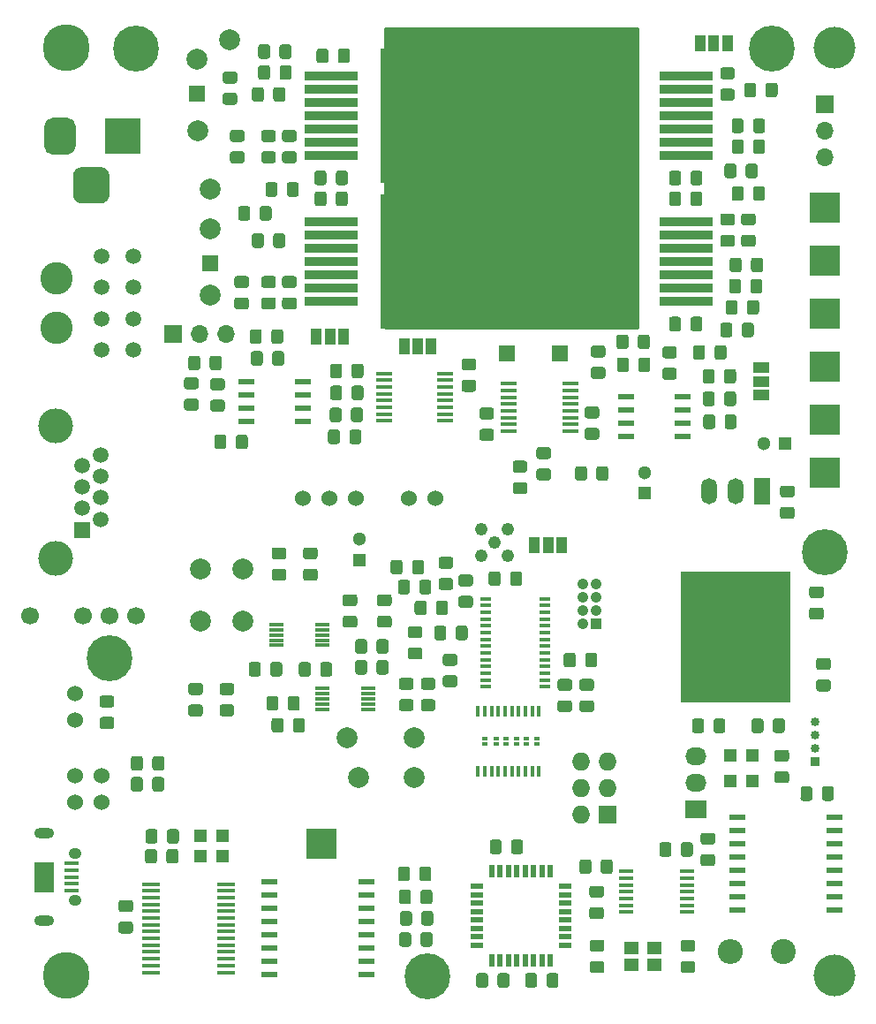
<source format=gts>
G04 #@! TF.GenerationSoftware,KiCad,Pcbnew,(5.1.9)-1*
G04 #@! TF.CreationDate,2021-01-26T15:44:02+00:00*
G04 #@! TF.ProjectId,TempCtrl,54656d70-4374-4726-9c2e-6b696361645f,v4.3D*
G04 #@! TF.SameCoordinates,Original*
G04 #@! TF.FileFunction,Soldermask,Top*
G04 #@! TF.FilePolarity,Negative*
%FSLAX46Y46*%
G04 Gerber Fmt 4.6, Leading zero omitted, Abs format (unit mm)*
G04 Created by KiCad (PCBNEW (5.1.9)-1) date 2021-01-26 15:44:02*
%MOMM*%
%LPD*%
G01*
G04 APERTURE LIST*
%ADD10O,1.727200X1.727200*%
%ADD11R,1.727200X1.727200*%
%ADD12R,11.430000X12.954000*%
%ADD13R,5.080000X0.889000*%
%ADD14R,1.500000X1.000000*%
%ADD15R,1.000000X1.500000*%
%ADD16C,1.240000*%
%ADD17R,3.000000X3.000000*%
%ADD18C,4.400000*%
%ADD19C,0.700000*%
%ADD20O,1.700000X1.700000*%
%ADD21R,1.700000X1.700000*%
%ADD22R,1.500000X1.500000*%
%ADD23C,1.524000*%
%ADD24R,0.500000X0.300000*%
%ADD25O,2.400000X2.400000*%
%ADD26C,2.400000*%
%ADD27C,2.000000*%
%ADD28R,1.300000X1.300000*%
%ADD29C,1.300000*%
%ADD30R,1.100000X0.400000*%
%ADD31R,1.500000X0.450000*%
%ADD32R,1.400000X0.300000*%
%ADD33R,1.198880X1.198880*%
%ADD34R,0.600000X1.200000*%
%ADD35R,1.200000X0.600000*%
%ADD36R,1.500000X0.600000*%
%ADD37R,1.750000X0.450000*%
%ADD38O,1.900000X1.000000*%
%ADD39R,1.900000X2.900000*%
%ADD40O,1.250000X1.050000*%
%ADD41R,1.350000X0.400000*%
%ADD42O,1.501140X2.499360*%
%ADD43R,1.501140X2.499360*%
%ADD44R,10.500000X12.500000*%
%ADD45C,5.080000*%
%ADD46R,0.400000X1.000000*%
%ADD47R,1.550000X0.600000*%
%ADD48R,0.850000X0.850000*%
%ADD49C,0.850000*%
%ADD50R,2.032000X1.727200*%
%ADD51O,2.032000X1.727200*%
%ADD52C,1.998980*%
%ADD53C,3.100000*%
%ADD54C,1.500000*%
%ADD55C,4.500000*%
%ADD56C,3.330000*%
%ADD57C,4.000000*%
%ADD58R,1.050000X1.050000*%
%ADD59C,1.050000*%
%ADD60R,1.400000X1.200000*%
%ADD61C,1.700000*%
%ADD62R,3.500000X3.500000*%
%ADD63R,1.450000X0.450000*%
%ADD64C,0.254000*%
%ADD65C,0.150000*%
G04 APERTURE END LIST*
D10*
X218000000Y-108960000D03*
X220540000Y-108960000D03*
X218000000Y-111500000D03*
X220540000Y-111500000D03*
X218000000Y-114040000D03*
D11*
X220540000Y-114040000D03*
D12*
X204414000Y-47000000D03*
D13*
X194000000Y-43190000D03*
X194000000Y-44460000D03*
X194000000Y-45730000D03*
X194000000Y-47000000D03*
X194000000Y-48270000D03*
X194000000Y-49540000D03*
X194000000Y-50810000D03*
D12*
X204414000Y-61000000D03*
D13*
X194000000Y-57190000D03*
X194000000Y-58460000D03*
X194000000Y-59730000D03*
X194000000Y-61000000D03*
X194000000Y-62270000D03*
X194000000Y-63540000D03*
X194000000Y-64810000D03*
D12*
X217586000Y-61000000D03*
D13*
X228000000Y-64810000D03*
X228000000Y-63540000D03*
X228000000Y-62270000D03*
X228000000Y-61000000D03*
X228000000Y-59730000D03*
X228000000Y-58460000D03*
X228000000Y-57190000D03*
D12*
X217586000Y-47000000D03*
D13*
X228000000Y-50810000D03*
X228000000Y-49540000D03*
X228000000Y-48270000D03*
X228000000Y-47000000D03*
X228000000Y-45730000D03*
X228000000Y-44460000D03*
X228000000Y-43190000D03*
D14*
X235200000Y-72500000D03*
X235200000Y-71200000D03*
X235200000Y-73800000D03*
D15*
X232000000Y-40132000D03*
X229400000Y-40132000D03*
X230700000Y-40132000D03*
X193900000Y-68200000D03*
X192600000Y-68200000D03*
X195200000Y-68200000D03*
X203600000Y-69100000D03*
X201000000Y-69100000D03*
X202300000Y-69100000D03*
X216100000Y-88200000D03*
X213500000Y-88200000D03*
X214800000Y-88200000D03*
D16*
X209700000Y-87900000D03*
X208430000Y-86630000D03*
X210970000Y-89170000D03*
X210970000Y-86630000D03*
X208430000Y-89170000D03*
D17*
X193040000Y-116840000D03*
D18*
X175260000Y-40640000D03*
D19*
X176910000Y-40640000D03*
X176426726Y-41806726D03*
X175260000Y-42290000D03*
X174093274Y-41806726D03*
X173610000Y-40640000D03*
X174093274Y-39473274D03*
X175260000Y-38990000D03*
X176426726Y-39473274D03*
D18*
X241300000Y-88900000D03*
D19*
X242950000Y-88900000D03*
X242466726Y-90066726D03*
X241300000Y-90550000D03*
X240133274Y-90066726D03*
X239650000Y-88900000D03*
X240133274Y-87733274D03*
X241300000Y-87250000D03*
X242466726Y-87733274D03*
X173886726Y-97893274D03*
X172720000Y-97410000D03*
X171553274Y-97893274D03*
X171070000Y-99060000D03*
X171553274Y-100226726D03*
X172720000Y-100710000D03*
X173886726Y-100226726D03*
X174370000Y-99060000D03*
D18*
X172720000Y-99060000D03*
X203200000Y-129540000D03*
D19*
X204850000Y-129540000D03*
X204366726Y-130706726D03*
X203200000Y-131190000D03*
X202033274Y-130706726D03*
X201550000Y-129540000D03*
X202033274Y-128373274D03*
X203200000Y-127890000D03*
X204366726Y-128373274D03*
X237386726Y-39473274D03*
X236220000Y-38990000D03*
X235053274Y-39473274D03*
X234570000Y-40640000D03*
X235053274Y-41806726D03*
X236220000Y-42290000D03*
X237386726Y-41806726D03*
X237870000Y-40640000D03*
D18*
X236220000Y-40640000D03*
D20*
X241300000Y-51054000D03*
X241300000Y-48514000D03*
D21*
X241300000Y-45974000D03*
D20*
X183896000Y-67945000D03*
X181356000Y-67945000D03*
D21*
X178816000Y-67945000D03*
D22*
X181102000Y-44958000D03*
X210820000Y-69850000D03*
X182372000Y-61214000D03*
X215900000Y-69850000D03*
D17*
X241300000Y-81280000D03*
X241300000Y-71120000D03*
X241300000Y-60960000D03*
X241300000Y-76200000D03*
X241300000Y-66040000D03*
X241300000Y-55880000D03*
D23*
X169440000Y-104920000D03*
X169440000Y-102380000D03*
D24*
X208750000Y-106746000D03*
X208750000Y-107254000D03*
X209800000Y-106746000D03*
X209800000Y-107254000D03*
X213750000Y-106746000D03*
X213750000Y-107254000D03*
X211750000Y-106746000D03*
X211750000Y-107254000D03*
X212750000Y-106746000D03*
X212750000Y-107254000D03*
X210750000Y-106746000D03*
X210750000Y-107254000D03*
G36*
G01*
X202570500Y-126434001D02*
X202570500Y-125533999D01*
G75*
G02*
X202820499Y-125284000I249999J0D01*
G01*
X203470501Y-125284000D01*
G75*
G02*
X203720500Y-125533999I0J-249999D01*
G01*
X203720500Y-126434001D01*
G75*
G02*
X203470501Y-126684000I-249999J0D01*
G01*
X202820499Y-126684000D01*
G75*
G02*
X202570500Y-126434001I0J249999D01*
G01*
G37*
G36*
G01*
X200520500Y-126434001D02*
X200520500Y-125533999D01*
G75*
G02*
X200770499Y-125284000I249999J0D01*
G01*
X201420501Y-125284000D01*
G75*
G02*
X201670500Y-125533999I0J-249999D01*
G01*
X201670500Y-126434001D01*
G75*
G02*
X201420501Y-126684000I-249999J0D01*
G01*
X200770499Y-126684000D01*
G75*
G02*
X200520500Y-126434001I0J249999D01*
G01*
G37*
G36*
G01*
X201750000Y-123501999D02*
X201750000Y-124402001D01*
G75*
G02*
X201500001Y-124652000I-249999J0D01*
G01*
X200849999Y-124652000D01*
G75*
G02*
X200600000Y-124402001I0J249999D01*
G01*
X200600000Y-123501999D01*
G75*
G02*
X200849999Y-123252000I249999J0D01*
G01*
X201500001Y-123252000D01*
G75*
G02*
X201750000Y-123501999I0J-249999D01*
G01*
G37*
G36*
G01*
X203800000Y-123501999D02*
X203800000Y-124402001D01*
G75*
G02*
X203550001Y-124652000I-249999J0D01*
G01*
X202899999Y-124652000D01*
G75*
G02*
X202650000Y-124402001I0J249999D01*
G01*
X202650000Y-123501999D01*
G75*
G02*
X202899999Y-123252000I249999J0D01*
G01*
X203550001Y-123252000D01*
G75*
G02*
X203800000Y-123501999I0J-249999D01*
G01*
G37*
G36*
G01*
X198350000Y-98350001D02*
X198350000Y-97449999D01*
G75*
G02*
X198599999Y-97200000I249999J0D01*
G01*
X199250001Y-97200000D01*
G75*
G02*
X199500000Y-97449999I0J-249999D01*
G01*
X199500000Y-98350001D01*
G75*
G02*
X199250001Y-98600000I-249999J0D01*
G01*
X198599999Y-98600000D01*
G75*
G02*
X198350000Y-98350001I0J249999D01*
G01*
G37*
G36*
G01*
X196300000Y-98350001D02*
X196300000Y-97449999D01*
G75*
G02*
X196549999Y-97200000I249999J0D01*
G01*
X197200001Y-97200000D01*
G75*
G02*
X197450000Y-97449999I0J-249999D01*
G01*
X197450000Y-98350001D01*
G75*
G02*
X197200001Y-98600000I-249999J0D01*
G01*
X196549999Y-98600000D01*
G75*
G02*
X196300000Y-98350001I0J249999D01*
G01*
G37*
G36*
G01*
X203750001Y-102050000D02*
X202849999Y-102050000D01*
G75*
G02*
X202600000Y-101800001I0J249999D01*
G01*
X202600000Y-101149999D01*
G75*
G02*
X202849999Y-100900000I249999J0D01*
G01*
X203750001Y-100900000D01*
G75*
G02*
X204000000Y-101149999I0J-249999D01*
G01*
X204000000Y-101800001D01*
G75*
G02*
X203750001Y-102050000I-249999J0D01*
G01*
G37*
G36*
G01*
X203750001Y-104100000D02*
X202849999Y-104100000D01*
G75*
G02*
X202600000Y-103850001I0J249999D01*
G01*
X202600000Y-103199999D01*
G75*
G02*
X202849999Y-102950000I249999J0D01*
G01*
X203750001Y-102950000D01*
G75*
G02*
X204000000Y-103199999I0J-249999D01*
G01*
X204000000Y-103850001D01*
G75*
G02*
X203750001Y-104100000I-249999J0D01*
G01*
G37*
G36*
G01*
X233876000Y-65855001D02*
X233876000Y-64954999D01*
G75*
G02*
X234125999Y-64705000I249999J0D01*
G01*
X234776001Y-64705000D01*
G75*
G02*
X235026000Y-64954999I0J-249999D01*
G01*
X235026000Y-65855001D01*
G75*
G02*
X234776001Y-66105000I-249999J0D01*
G01*
X234125999Y-66105000D01*
G75*
G02*
X233876000Y-65855001I0J249999D01*
G01*
G37*
G36*
G01*
X231826000Y-65855001D02*
X231826000Y-64954999D01*
G75*
G02*
X232075999Y-64705000I249999J0D01*
G01*
X232726001Y-64705000D01*
G75*
G02*
X232976000Y-64954999I0J-249999D01*
G01*
X232976000Y-65855001D01*
G75*
G02*
X232726001Y-66105000I-249999J0D01*
G01*
X232075999Y-66105000D01*
G75*
G02*
X231826000Y-65855001I0J249999D01*
G01*
G37*
G36*
G01*
X234450000Y-54950001D02*
X234450000Y-54049999D01*
G75*
G02*
X234699999Y-53800000I249999J0D01*
G01*
X235350001Y-53800000D01*
G75*
G02*
X235600000Y-54049999I0J-249999D01*
G01*
X235600000Y-54950001D01*
G75*
G02*
X235350001Y-55200000I-249999J0D01*
G01*
X234699999Y-55200000D01*
G75*
G02*
X234450000Y-54950001I0J249999D01*
G01*
G37*
G36*
G01*
X232400000Y-54950001D02*
X232400000Y-54049999D01*
G75*
G02*
X232649999Y-53800000I249999J0D01*
G01*
X233300001Y-53800000D01*
G75*
G02*
X233550000Y-54049999I0J-249999D01*
G01*
X233550000Y-54950001D01*
G75*
G02*
X233300001Y-55200000I-249999J0D01*
G01*
X232649999Y-55200000D01*
G75*
G02*
X232400000Y-54950001I0J249999D01*
G01*
G37*
G36*
G01*
X234200000Y-63823001D02*
X234200000Y-62922999D01*
G75*
G02*
X234449999Y-62673000I249999J0D01*
G01*
X235100001Y-62673000D01*
G75*
G02*
X235350000Y-62922999I0J-249999D01*
G01*
X235350000Y-63823001D01*
G75*
G02*
X235100001Y-64073000I-249999J0D01*
G01*
X234449999Y-64073000D01*
G75*
G02*
X234200000Y-63823001I0J249999D01*
G01*
G37*
G36*
G01*
X232150000Y-63823001D02*
X232150000Y-62922999D01*
G75*
G02*
X232399999Y-62673000I249999J0D01*
G01*
X233050001Y-62673000D01*
G75*
G02*
X233300000Y-62922999I0J-249999D01*
G01*
X233300000Y-63823001D01*
G75*
G02*
X233050001Y-64073000I-249999J0D01*
G01*
X232399999Y-64073000D01*
G75*
G02*
X232150000Y-63823001I0J249999D01*
G01*
G37*
G36*
G01*
X231723000Y-76812001D02*
X231723000Y-75911999D01*
G75*
G02*
X231972999Y-75662000I249999J0D01*
G01*
X232623001Y-75662000D01*
G75*
G02*
X232873000Y-75911999I0J-249999D01*
G01*
X232873000Y-76812001D01*
G75*
G02*
X232623001Y-77062000I-249999J0D01*
G01*
X231972999Y-77062000D01*
G75*
G02*
X231723000Y-76812001I0J249999D01*
G01*
G37*
G36*
G01*
X229673000Y-76812001D02*
X229673000Y-75911999D01*
G75*
G02*
X229922999Y-75662000I249999J0D01*
G01*
X230573001Y-75662000D01*
G75*
G02*
X230823000Y-75911999I0J-249999D01*
G01*
X230823000Y-76812001D01*
G75*
G02*
X230573001Y-77062000I-249999J0D01*
G01*
X229922999Y-77062000D01*
G75*
G02*
X229673000Y-76812001I0J249999D01*
G01*
G37*
G36*
G01*
X231673000Y-74612001D02*
X231673000Y-73711999D01*
G75*
G02*
X231922999Y-73462000I249999J0D01*
G01*
X232573001Y-73462000D01*
G75*
G02*
X232823000Y-73711999I0J-249999D01*
G01*
X232823000Y-74612001D01*
G75*
G02*
X232573001Y-74862000I-249999J0D01*
G01*
X231922999Y-74862000D01*
G75*
G02*
X231673000Y-74612001I0J249999D01*
G01*
G37*
G36*
G01*
X229623000Y-74612001D02*
X229623000Y-73711999D01*
G75*
G02*
X229872999Y-73462000I249999J0D01*
G01*
X230523001Y-73462000D01*
G75*
G02*
X230773000Y-73711999I0J-249999D01*
G01*
X230773000Y-74612001D01*
G75*
G02*
X230523001Y-74862000I-249999J0D01*
G01*
X229872999Y-74862000D01*
G75*
G02*
X229623000Y-74612001I0J249999D01*
G01*
G37*
G36*
G01*
X234450000Y-50450001D02*
X234450000Y-49549999D01*
G75*
G02*
X234699999Y-49300000I249999J0D01*
G01*
X235350001Y-49300000D01*
G75*
G02*
X235600000Y-49549999I0J-249999D01*
G01*
X235600000Y-50450001D01*
G75*
G02*
X235350001Y-50700000I-249999J0D01*
G01*
X234699999Y-50700000D01*
G75*
G02*
X234450000Y-50450001I0J249999D01*
G01*
G37*
G36*
G01*
X232400000Y-50450001D02*
X232400000Y-49549999D01*
G75*
G02*
X232649999Y-49300000I249999J0D01*
G01*
X233300001Y-49300000D01*
G75*
G02*
X233550000Y-49549999I0J-249999D01*
G01*
X233550000Y-50450001D01*
G75*
G02*
X233300001Y-50700000I-249999J0D01*
G01*
X232649999Y-50700000D01*
G75*
G02*
X232400000Y-50450001I0J249999D01*
G01*
G37*
G36*
G01*
X220050001Y-70200000D02*
X219149999Y-70200000D01*
G75*
G02*
X218900000Y-69950001I0J249999D01*
G01*
X218900000Y-69299999D01*
G75*
G02*
X219149999Y-69050000I249999J0D01*
G01*
X220050001Y-69050000D01*
G75*
G02*
X220300000Y-69299999I0J-249999D01*
G01*
X220300000Y-69950001D01*
G75*
G02*
X220050001Y-70200000I-249999J0D01*
G01*
G37*
G36*
G01*
X220050001Y-72250000D02*
X219149999Y-72250000D01*
G75*
G02*
X218900000Y-72000001I0J249999D01*
G01*
X218900000Y-71349999D01*
G75*
G02*
X219149999Y-71100000I249999J0D01*
G01*
X220050001Y-71100000D01*
G75*
G02*
X220300000Y-71349999I0J-249999D01*
G01*
X220300000Y-72000001D01*
G75*
G02*
X220050001Y-72250000I-249999J0D01*
G01*
G37*
G36*
G01*
X223450000Y-71350001D02*
X223450000Y-70449999D01*
G75*
G02*
X223699999Y-70200000I249999J0D01*
G01*
X224350001Y-70200000D01*
G75*
G02*
X224600000Y-70449999I0J-249999D01*
G01*
X224600000Y-71350001D01*
G75*
G02*
X224350001Y-71600000I-249999J0D01*
G01*
X223699999Y-71600000D01*
G75*
G02*
X223450000Y-71350001I0J249999D01*
G01*
G37*
G36*
G01*
X221400000Y-71350001D02*
X221400000Y-70449999D01*
G75*
G02*
X221649999Y-70200000I249999J0D01*
G01*
X222300001Y-70200000D01*
G75*
G02*
X222550000Y-70449999I0J-249999D01*
G01*
X222550000Y-71350001D01*
G75*
G02*
X222300001Y-71600000I-249999J0D01*
G01*
X221649999Y-71600000D01*
G75*
G02*
X221400000Y-71350001I0J249999D01*
G01*
G37*
G36*
G01*
X186240000Y-55937999D02*
X186240000Y-56838001D01*
G75*
G02*
X185990001Y-57088000I-249999J0D01*
G01*
X185339999Y-57088000D01*
G75*
G02*
X185090000Y-56838001I0J249999D01*
G01*
X185090000Y-55937999D01*
G75*
G02*
X185339999Y-55688000I249999J0D01*
G01*
X185990001Y-55688000D01*
G75*
G02*
X186240000Y-55937999I0J-249999D01*
G01*
G37*
G36*
G01*
X188290000Y-55937999D02*
X188290000Y-56838001D01*
G75*
G02*
X188040001Y-57088000I-249999J0D01*
G01*
X187389999Y-57088000D01*
G75*
G02*
X187140000Y-56838001I0J249999D01*
G01*
X187140000Y-55937999D01*
G75*
G02*
X187389999Y-55688000I249999J0D01*
G01*
X188040001Y-55688000D01*
G75*
G02*
X188290000Y-55937999I0J-249999D01*
G01*
G37*
G36*
G01*
X183849999Y-44850000D02*
X184750001Y-44850000D01*
G75*
G02*
X185000000Y-45099999I0J-249999D01*
G01*
X185000000Y-45750001D01*
G75*
G02*
X184750001Y-46000000I-249999J0D01*
G01*
X183849999Y-46000000D01*
G75*
G02*
X183600000Y-45750001I0J249999D01*
G01*
X183600000Y-45099999D01*
G75*
G02*
X183849999Y-44850000I249999J0D01*
G01*
G37*
G36*
G01*
X183849999Y-42800000D02*
X184750001Y-42800000D01*
G75*
G02*
X185000000Y-43049999I0J-249999D01*
G01*
X185000000Y-43700001D01*
G75*
G02*
X184750001Y-43950000I-249999J0D01*
G01*
X183849999Y-43950000D01*
G75*
G02*
X183600000Y-43700001I0J249999D01*
G01*
X183600000Y-43049999D01*
G75*
G02*
X183849999Y-42800000I249999J0D01*
G01*
G37*
G36*
G01*
X184549999Y-50450000D02*
X185450001Y-50450000D01*
G75*
G02*
X185700000Y-50699999I0J-249999D01*
G01*
X185700000Y-51350001D01*
G75*
G02*
X185450001Y-51600000I-249999J0D01*
G01*
X184549999Y-51600000D01*
G75*
G02*
X184300000Y-51350001I0J249999D01*
G01*
X184300000Y-50699999D01*
G75*
G02*
X184549999Y-50450000I249999J0D01*
G01*
G37*
G36*
G01*
X184549999Y-48400000D02*
X185450001Y-48400000D01*
G75*
G02*
X185700000Y-48649999I0J-249999D01*
G01*
X185700000Y-49300001D01*
G75*
G02*
X185450001Y-49550000I-249999J0D01*
G01*
X184549999Y-49550000D01*
G75*
G02*
X184300000Y-49300001I0J249999D01*
G01*
X184300000Y-48649999D01*
G75*
G02*
X184549999Y-48400000I249999J0D01*
G01*
G37*
G36*
G01*
X182350000Y-71189001D02*
X182350000Y-70288999D01*
G75*
G02*
X182599999Y-70039000I249999J0D01*
G01*
X183250001Y-70039000D01*
G75*
G02*
X183500000Y-70288999I0J-249999D01*
G01*
X183500000Y-71189001D01*
G75*
G02*
X183250001Y-71439000I-249999J0D01*
G01*
X182599999Y-71439000D01*
G75*
G02*
X182350000Y-71189001I0J249999D01*
G01*
G37*
G36*
G01*
X180300000Y-71189001D02*
X180300000Y-70288999D01*
G75*
G02*
X180549999Y-70039000I249999J0D01*
G01*
X181200001Y-70039000D01*
G75*
G02*
X181450000Y-70288999I0J-249999D01*
G01*
X181450000Y-71189001D01*
G75*
G02*
X181200001Y-71439000I-249999J0D01*
G01*
X180549999Y-71439000D01*
G75*
G02*
X180300000Y-71189001I0J249999D01*
G01*
G37*
G36*
G01*
X183550001Y-73350000D02*
X182649999Y-73350000D01*
G75*
G02*
X182400000Y-73100001I0J249999D01*
G01*
X182400000Y-72449999D01*
G75*
G02*
X182649999Y-72200000I249999J0D01*
G01*
X183550001Y-72200000D01*
G75*
G02*
X183800000Y-72449999I0J-249999D01*
G01*
X183800000Y-73100001D01*
G75*
G02*
X183550001Y-73350000I-249999J0D01*
G01*
G37*
G36*
G01*
X183550001Y-75400000D02*
X182649999Y-75400000D01*
G75*
G02*
X182400000Y-75150001I0J249999D01*
G01*
X182400000Y-74499999D01*
G75*
G02*
X182649999Y-74250000I249999J0D01*
G01*
X183550001Y-74250000D01*
G75*
G02*
X183800000Y-74499999I0J-249999D01*
G01*
X183800000Y-75150001D01*
G75*
G02*
X183550001Y-75400000I-249999J0D01*
G01*
G37*
G36*
G01*
X184969999Y-64450000D02*
X185870001Y-64450000D01*
G75*
G02*
X186120000Y-64699999I0J-249999D01*
G01*
X186120000Y-65350001D01*
G75*
G02*
X185870001Y-65600000I-249999J0D01*
G01*
X184969999Y-65600000D01*
G75*
G02*
X184720000Y-65350001I0J249999D01*
G01*
X184720000Y-64699999D01*
G75*
G02*
X184969999Y-64450000I249999J0D01*
G01*
G37*
G36*
G01*
X184969999Y-62400000D02*
X185870001Y-62400000D01*
G75*
G02*
X186120000Y-62649999I0J-249999D01*
G01*
X186120000Y-63300001D01*
G75*
G02*
X185870001Y-63550000I-249999J0D01*
G01*
X184969999Y-63550000D01*
G75*
G02*
X184720000Y-63300001I0J249999D01*
G01*
X184720000Y-62649999D01*
G75*
G02*
X184969999Y-62400000I249999J0D01*
G01*
G37*
G36*
G01*
X195750000Y-78250001D02*
X195750000Y-77349999D01*
G75*
G02*
X195999999Y-77100000I249999J0D01*
G01*
X196650001Y-77100000D01*
G75*
G02*
X196900000Y-77349999I0J-249999D01*
G01*
X196900000Y-78250001D01*
G75*
G02*
X196650001Y-78500000I-249999J0D01*
G01*
X195999999Y-78500000D01*
G75*
G02*
X195750000Y-78250001I0J249999D01*
G01*
G37*
G36*
G01*
X193700000Y-78250001D02*
X193700000Y-77349999D01*
G75*
G02*
X193949999Y-77100000I249999J0D01*
G01*
X194600001Y-77100000D01*
G75*
G02*
X194850000Y-77349999I0J-249999D01*
G01*
X194850000Y-78250001D01*
G75*
G02*
X194600001Y-78500000I-249999J0D01*
G01*
X193949999Y-78500000D01*
G75*
G02*
X193700000Y-78250001I0J249999D01*
G01*
G37*
G36*
G01*
X188350000Y-70750001D02*
X188350000Y-69849999D01*
G75*
G02*
X188599999Y-69600000I249999J0D01*
G01*
X189250001Y-69600000D01*
G75*
G02*
X189500000Y-69849999I0J-249999D01*
G01*
X189500000Y-70750001D01*
G75*
G02*
X189250001Y-71000000I-249999J0D01*
G01*
X188599999Y-71000000D01*
G75*
G02*
X188350000Y-70750001I0J249999D01*
G01*
G37*
G36*
G01*
X186300000Y-70750001D02*
X186300000Y-69849999D01*
G75*
G02*
X186549999Y-69600000I249999J0D01*
G01*
X187200001Y-69600000D01*
G75*
G02*
X187450000Y-69849999I0J-249999D01*
G01*
X187450000Y-70750001D01*
G75*
G02*
X187200001Y-71000000I-249999J0D01*
G01*
X186549999Y-71000000D01*
G75*
G02*
X186300000Y-70750001I0J249999D01*
G01*
G37*
G36*
G01*
X177300000Y-117549999D02*
X177300000Y-118450001D01*
G75*
G02*
X177050001Y-118700000I-249999J0D01*
G01*
X176399999Y-118700000D01*
G75*
G02*
X176150000Y-118450001I0J249999D01*
G01*
X176150000Y-117549999D01*
G75*
G02*
X176399999Y-117300000I249999J0D01*
G01*
X177050001Y-117300000D01*
G75*
G02*
X177300000Y-117549999I0J-249999D01*
G01*
G37*
G36*
G01*
X179350000Y-117549999D02*
X179350000Y-118450001D01*
G75*
G02*
X179100001Y-118700000I-249999J0D01*
G01*
X178449999Y-118700000D01*
G75*
G02*
X178200000Y-118450001I0J249999D01*
G01*
X178200000Y-117549999D01*
G75*
G02*
X178449999Y-117300000I249999J0D01*
G01*
X179100001Y-117300000D01*
G75*
G02*
X179350000Y-117549999I0J-249999D01*
G01*
G37*
G36*
G01*
X177350000Y-115649999D02*
X177350000Y-116550001D01*
G75*
G02*
X177100001Y-116800000I-249999J0D01*
G01*
X176449999Y-116800000D01*
G75*
G02*
X176200000Y-116550001I0J249999D01*
G01*
X176200000Y-115649999D01*
G75*
G02*
X176449999Y-115400000I249999J0D01*
G01*
X177100001Y-115400000D01*
G75*
G02*
X177350000Y-115649999I0J-249999D01*
G01*
G37*
G36*
G01*
X179400000Y-115649999D02*
X179400000Y-116550001D01*
G75*
G02*
X179150001Y-116800000I-249999J0D01*
G01*
X178499999Y-116800000D01*
G75*
G02*
X178250000Y-116550001I0J249999D01*
G01*
X178250000Y-115649999D01*
G75*
G02*
X178499999Y-115400000I249999J0D01*
G01*
X179150001Y-115400000D01*
G75*
G02*
X179400000Y-115649999I0J-249999D01*
G01*
G37*
G36*
G01*
X237650001Y-108950000D02*
X236749999Y-108950000D01*
G75*
G02*
X236500000Y-108700001I0J249999D01*
G01*
X236500000Y-108049999D01*
G75*
G02*
X236749999Y-107800000I249999J0D01*
G01*
X237650001Y-107800000D01*
G75*
G02*
X237900000Y-108049999I0J-249999D01*
G01*
X237900000Y-108700001D01*
G75*
G02*
X237650001Y-108950000I-249999J0D01*
G01*
G37*
G36*
G01*
X237650001Y-111000000D02*
X236749999Y-111000000D01*
G75*
G02*
X236500000Y-110750001I0J249999D01*
G01*
X236500000Y-110099999D01*
G75*
G02*
X236749999Y-109850000I249999J0D01*
G01*
X237650001Y-109850000D01*
G75*
G02*
X237900000Y-110099999I0J-249999D01*
G01*
X237900000Y-110750001D01*
G75*
G02*
X237650001Y-111000000I-249999J0D01*
G01*
G37*
G36*
G01*
X202450000Y-120150001D02*
X202450000Y-119249999D01*
G75*
G02*
X202699999Y-119000000I249999J0D01*
G01*
X203350001Y-119000000D01*
G75*
G02*
X203600000Y-119249999I0J-249999D01*
G01*
X203600000Y-120150001D01*
G75*
G02*
X203350001Y-120400000I-249999J0D01*
G01*
X202699999Y-120400000D01*
G75*
G02*
X202450000Y-120150001I0J249999D01*
G01*
G37*
G36*
G01*
X200400000Y-120150001D02*
X200400000Y-119249999D01*
G75*
G02*
X200649999Y-119000000I249999J0D01*
G01*
X201300001Y-119000000D01*
G75*
G02*
X201550000Y-119249999I0J-249999D01*
G01*
X201550000Y-120150001D01*
G75*
G02*
X201300001Y-120400000I-249999J0D01*
G01*
X200649999Y-120400000D01*
G75*
G02*
X200400000Y-120150001I0J249999D01*
G01*
G37*
G36*
G01*
X194450000Y-55450001D02*
X194450000Y-54549999D01*
G75*
G02*
X194699999Y-54300000I249999J0D01*
G01*
X195350001Y-54300000D01*
G75*
G02*
X195600000Y-54549999I0J-249999D01*
G01*
X195600000Y-55450001D01*
G75*
G02*
X195350001Y-55700000I-249999J0D01*
G01*
X194699999Y-55700000D01*
G75*
G02*
X194450000Y-55450001I0J249999D01*
G01*
G37*
G36*
G01*
X192400000Y-55450001D02*
X192400000Y-54549999D01*
G75*
G02*
X192649999Y-54300000I249999J0D01*
G01*
X193300001Y-54300000D01*
G75*
G02*
X193550000Y-54549999I0J-249999D01*
G01*
X193550000Y-55450001D01*
G75*
G02*
X193300001Y-55700000I-249999J0D01*
G01*
X192649999Y-55700000D01*
G75*
G02*
X192400000Y-55450001I0J249999D01*
G01*
G37*
G36*
G01*
X193550000Y-52549999D02*
X193550000Y-53450001D01*
G75*
G02*
X193300001Y-53700000I-249999J0D01*
G01*
X192649999Y-53700000D01*
G75*
G02*
X192400000Y-53450001I0J249999D01*
G01*
X192400000Y-52549999D01*
G75*
G02*
X192649999Y-52300000I249999J0D01*
G01*
X193300001Y-52300000D01*
G75*
G02*
X193550000Y-52549999I0J-249999D01*
G01*
G37*
G36*
G01*
X195600000Y-52549999D02*
X195600000Y-53450001D01*
G75*
G02*
X195350001Y-53700000I-249999J0D01*
G01*
X194699999Y-53700000D01*
G75*
G02*
X194450000Y-53450001I0J249999D01*
G01*
X194450000Y-52549999D01*
G75*
G02*
X194699999Y-52300000I249999J0D01*
G01*
X195350001Y-52300000D01*
G75*
G02*
X195600000Y-52549999I0J-249999D01*
G01*
G37*
G36*
G01*
X227550000Y-66549999D02*
X227550000Y-67450001D01*
G75*
G02*
X227300001Y-67700000I-249999J0D01*
G01*
X226649999Y-67700000D01*
G75*
G02*
X226400000Y-67450001I0J249999D01*
G01*
X226400000Y-66549999D01*
G75*
G02*
X226649999Y-66300000I249999J0D01*
G01*
X227300001Y-66300000D01*
G75*
G02*
X227550000Y-66549999I0J-249999D01*
G01*
G37*
G36*
G01*
X229600000Y-66549999D02*
X229600000Y-67450001D01*
G75*
G02*
X229350001Y-67700000I-249999J0D01*
G01*
X228699999Y-67700000D01*
G75*
G02*
X228450000Y-67450001I0J249999D01*
G01*
X228450000Y-66549999D01*
G75*
G02*
X228699999Y-66300000I249999J0D01*
G01*
X229350001Y-66300000D01*
G75*
G02*
X229600000Y-66549999I0J-249999D01*
G01*
G37*
G36*
G01*
X229850000Y-69272999D02*
X229850000Y-70173001D01*
G75*
G02*
X229600001Y-70423000I-249999J0D01*
G01*
X228949999Y-70423000D01*
G75*
G02*
X228700000Y-70173001I0J249999D01*
G01*
X228700000Y-69272999D01*
G75*
G02*
X228949999Y-69023000I249999J0D01*
G01*
X229600001Y-69023000D01*
G75*
G02*
X229850000Y-69272999I0J-249999D01*
G01*
G37*
G36*
G01*
X231900000Y-69272999D02*
X231900000Y-70173001D01*
G75*
G02*
X231650001Y-70423000I-249999J0D01*
G01*
X230999999Y-70423000D01*
G75*
G02*
X230750000Y-70173001I0J249999D01*
G01*
X230750000Y-69272999D01*
G75*
G02*
X230999999Y-69023000I249999J0D01*
G01*
X231650001Y-69023000D01*
G75*
G02*
X231900000Y-69272999I0J-249999D01*
G01*
G37*
G36*
G01*
X194650000Y-41750001D02*
X194650000Y-40849999D01*
G75*
G02*
X194899999Y-40600000I249999J0D01*
G01*
X195550001Y-40600000D01*
G75*
G02*
X195800000Y-40849999I0J-249999D01*
G01*
X195800000Y-41750001D01*
G75*
G02*
X195550001Y-42000000I-249999J0D01*
G01*
X194899999Y-42000000D01*
G75*
G02*
X194650000Y-41750001I0J249999D01*
G01*
G37*
G36*
G01*
X192600000Y-41750001D02*
X192600000Y-40849999D01*
G75*
G02*
X192849999Y-40600000I249999J0D01*
G01*
X193500001Y-40600000D01*
G75*
G02*
X193750000Y-40849999I0J-249999D01*
G01*
X193750000Y-41750001D01*
G75*
G02*
X193500001Y-42000000I-249999J0D01*
G01*
X192849999Y-42000000D01*
G75*
G02*
X192600000Y-41750001I0J249999D01*
G01*
G37*
G36*
G01*
X189050000Y-43350001D02*
X189050000Y-42449999D01*
G75*
G02*
X189299999Y-42200000I249999J0D01*
G01*
X189950001Y-42200000D01*
G75*
G02*
X190200000Y-42449999I0J-249999D01*
G01*
X190200000Y-43350001D01*
G75*
G02*
X189950001Y-43600000I-249999J0D01*
G01*
X189299999Y-43600000D01*
G75*
G02*
X189050000Y-43350001I0J249999D01*
G01*
G37*
G36*
G01*
X187000000Y-43350001D02*
X187000000Y-42449999D01*
G75*
G02*
X187249999Y-42200000I249999J0D01*
G01*
X187900001Y-42200000D01*
G75*
G02*
X188150000Y-42449999I0J-249999D01*
G01*
X188150000Y-43350001D01*
G75*
G02*
X187900001Y-43600000I-249999J0D01*
G01*
X187249999Y-43600000D01*
G75*
G02*
X187000000Y-43350001I0J249999D01*
G01*
G37*
G36*
G01*
X227550000Y-52549999D02*
X227550000Y-53450001D01*
G75*
G02*
X227300001Y-53700000I-249999J0D01*
G01*
X226649999Y-53700000D01*
G75*
G02*
X226400000Y-53450001I0J249999D01*
G01*
X226400000Y-52549999D01*
G75*
G02*
X226649999Y-52300000I249999J0D01*
G01*
X227300001Y-52300000D01*
G75*
G02*
X227550000Y-52549999I0J-249999D01*
G01*
G37*
G36*
G01*
X229600000Y-52549999D02*
X229600000Y-53450001D01*
G75*
G02*
X229350001Y-53700000I-249999J0D01*
G01*
X228699999Y-53700000D01*
G75*
G02*
X228450000Y-53450001I0J249999D01*
G01*
X228450000Y-52549999D01*
G75*
G02*
X228699999Y-52300000I249999J0D01*
G01*
X229350001Y-52300000D01*
G75*
G02*
X229600000Y-52549999I0J-249999D01*
G01*
G37*
G36*
G01*
X228450000Y-55450001D02*
X228450000Y-54549999D01*
G75*
G02*
X228699999Y-54300000I249999J0D01*
G01*
X229350001Y-54300000D01*
G75*
G02*
X229600000Y-54549999I0J-249999D01*
G01*
X229600000Y-55450001D01*
G75*
G02*
X229350001Y-55700000I-249999J0D01*
G01*
X228699999Y-55700000D01*
G75*
G02*
X228450000Y-55450001I0J249999D01*
G01*
G37*
G36*
G01*
X226400000Y-55450001D02*
X226400000Y-54549999D01*
G75*
G02*
X226649999Y-54300000I249999J0D01*
G01*
X227300001Y-54300000D01*
G75*
G02*
X227550000Y-54549999I0J-249999D01*
G01*
X227550000Y-55450001D01*
G75*
G02*
X227300001Y-55700000I-249999J0D01*
G01*
X226649999Y-55700000D01*
G75*
G02*
X226400000Y-55450001I0J249999D01*
G01*
G37*
G36*
G01*
X240087999Y-94176000D02*
X240988001Y-94176000D01*
G75*
G02*
X241238000Y-94425999I0J-249999D01*
G01*
X241238000Y-95076001D01*
G75*
G02*
X240988001Y-95326000I-249999J0D01*
G01*
X240087999Y-95326000D01*
G75*
G02*
X239838000Y-95076001I0J249999D01*
G01*
X239838000Y-94425999D01*
G75*
G02*
X240087999Y-94176000I249999J0D01*
G01*
G37*
G36*
G01*
X240087999Y-92126000D02*
X240988001Y-92126000D01*
G75*
G02*
X241238000Y-92375999I0J-249999D01*
G01*
X241238000Y-93026001D01*
G75*
G02*
X240988001Y-93276000I-249999J0D01*
G01*
X240087999Y-93276000D01*
G75*
G02*
X239838000Y-93026001I0J249999D01*
G01*
X239838000Y-92375999D01*
G75*
G02*
X240087999Y-92126000I249999J0D01*
G01*
G37*
G36*
G01*
X237293999Y-84524000D02*
X238194001Y-84524000D01*
G75*
G02*
X238444000Y-84773999I0J-249999D01*
G01*
X238444000Y-85424001D01*
G75*
G02*
X238194001Y-85674000I-249999J0D01*
G01*
X237293999Y-85674000D01*
G75*
G02*
X237044000Y-85424001I0J249999D01*
G01*
X237044000Y-84773999D01*
G75*
G02*
X237293999Y-84524000I249999J0D01*
G01*
G37*
G36*
G01*
X237293999Y-82474000D02*
X238194001Y-82474000D01*
G75*
G02*
X238444000Y-82723999I0J-249999D01*
G01*
X238444000Y-83374001D01*
G75*
G02*
X238194001Y-83624000I-249999J0D01*
G01*
X237293999Y-83624000D01*
G75*
G02*
X237044000Y-83374001I0J249999D01*
G01*
X237044000Y-82723999D01*
G75*
G02*
X237293999Y-82474000I249999J0D01*
G01*
G37*
D25*
X232256000Y-127146000D03*
D26*
X237336000Y-127146000D03*
G36*
G01*
X188942000Y-102903999D02*
X188942000Y-103804001D01*
G75*
G02*
X188692001Y-104054000I-249999J0D01*
G01*
X188041999Y-104054000D01*
G75*
G02*
X187792000Y-103804001I0J249999D01*
G01*
X187792000Y-102903999D01*
G75*
G02*
X188041999Y-102654000I249999J0D01*
G01*
X188692001Y-102654000D01*
G75*
G02*
X188942000Y-102903999I0J-249999D01*
G01*
G37*
G36*
G01*
X190992000Y-102903999D02*
X190992000Y-103804001D01*
G75*
G02*
X190742001Y-104054000I-249999J0D01*
G01*
X190091999Y-104054000D01*
G75*
G02*
X189842000Y-103804001I0J249999D01*
G01*
X189842000Y-102903999D01*
G75*
G02*
X190091999Y-102654000I249999J0D01*
G01*
X190742001Y-102654000D01*
G75*
G02*
X190992000Y-102903999I0J-249999D01*
G01*
G37*
G36*
G01*
X192050000Y-99649999D02*
X192050000Y-100550001D01*
G75*
G02*
X191800001Y-100800000I-249999J0D01*
G01*
X191149999Y-100800000D01*
G75*
G02*
X190900000Y-100550001I0J249999D01*
G01*
X190900000Y-99649999D01*
G75*
G02*
X191149999Y-99400000I249999J0D01*
G01*
X191800001Y-99400000D01*
G75*
G02*
X192050000Y-99649999I0J-249999D01*
G01*
G37*
G36*
G01*
X194100000Y-99649999D02*
X194100000Y-100550001D01*
G75*
G02*
X193850001Y-100800000I-249999J0D01*
G01*
X193199999Y-100800000D01*
G75*
G02*
X192950000Y-100550001I0J249999D01*
G01*
X192950000Y-99649999D01*
G75*
G02*
X193199999Y-99400000I249999J0D01*
G01*
X193850001Y-99400000D01*
G75*
G02*
X194100000Y-99649999I0J-249999D01*
G01*
G37*
G36*
G01*
X201550000Y-91749999D02*
X201550000Y-92650001D01*
G75*
G02*
X201300001Y-92900000I-249999J0D01*
G01*
X200649999Y-92900000D01*
G75*
G02*
X200400000Y-92650001I0J249999D01*
G01*
X200400000Y-91749999D01*
G75*
G02*
X200649999Y-91500000I249999J0D01*
G01*
X201300001Y-91500000D01*
G75*
G02*
X201550000Y-91749999I0J-249999D01*
G01*
G37*
G36*
G01*
X203600000Y-91749999D02*
X203600000Y-92650001D01*
G75*
G02*
X203350001Y-92900000I-249999J0D01*
G01*
X202699999Y-92900000D01*
G75*
G02*
X202450000Y-92650001I0J249999D01*
G01*
X202450000Y-91749999D01*
G75*
G02*
X202699999Y-91500000I249999J0D01*
G01*
X203350001Y-91500000D01*
G75*
G02*
X203600000Y-91749999I0J-249999D01*
G01*
G37*
G36*
G01*
X200850000Y-89849999D02*
X200850000Y-90750001D01*
G75*
G02*
X200600001Y-91000000I-249999J0D01*
G01*
X199949999Y-91000000D01*
G75*
G02*
X199700000Y-90750001I0J249999D01*
G01*
X199700000Y-89849999D01*
G75*
G02*
X199949999Y-89600000I249999J0D01*
G01*
X200600001Y-89600000D01*
G75*
G02*
X200850000Y-89849999I0J-249999D01*
G01*
G37*
G36*
G01*
X202900000Y-89849999D02*
X202900000Y-90750001D01*
G75*
G02*
X202650001Y-91000000I-249999J0D01*
G01*
X201999999Y-91000000D01*
G75*
G02*
X201750000Y-90750001I0J249999D01*
G01*
X201750000Y-89849999D01*
G75*
G02*
X201999999Y-89600000I249999J0D01*
G01*
X202650001Y-89600000D01*
G75*
G02*
X202900000Y-89849999I0J-249999D01*
G01*
G37*
G36*
G01*
X236350000Y-105950001D02*
X236350000Y-105049999D01*
G75*
G02*
X236599999Y-104800000I249999J0D01*
G01*
X237250001Y-104800000D01*
G75*
G02*
X237500000Y-105049999I0J-249999D01*
G01*
X237500000Y-105950001D01*
G75*
G02*
X237250001Y-106200000I-249999J0D01*
G01*
X236599999Y-106200000D01*
G75*
G02*
X236350000Y-105950001I0J249999D01*
G01*
G37*
G36*
G01*
X234300000Y-105950001D02*
X234300000Y-105049999D01*
G75*
G02*
X234549999Y-104800000I249999J0D01*
G01*
X235200001Y-104800000D01*
G75*
G02*
X235450000Y-105049999I0J-249999D01*
G01*
X235450000Y-105950001D01*
G75*
G02*
X235200001Y-106200000I-249999J0D01*
G01*
X234549999Y-106200000D01*
G75*
G02*
X234300000Y-105950001I0J249999D01*
G01*
G37*
G36*
G01*
X175950000Y-108649999D02*
X175950000Y-109550001D01*
G75*
G02*
X175700001Y-109800000I-249999J0D01*
G01*
X175049999Y-109800000D01*
G75*
G02*
X174800000Y-109550001I0J249999D01*
G01*
X174800000Y-108649999D01*
G75*
G02*
X175049999Y-108400000I249999J0D01*
G01*
X175700001Y-108400000D01*
G75*
G02*
X175950000Y-108649999I0J-249999D01*
G01*
G37*
G36*
G01*
X178000000Y-108649999D02*
X178000000Y-109550001D01*
G75*
G02*
X177750001Y-109800000I-249999J0D01*
G01*
X177099999Y-109800000D01*
G75*
G02*
X176850000Y-109550001I0J249999D01*
G01*
X176850000Y-108649999D01*
G75*
G02*
X177099999Y-108400000I249999J0D01*
G01*
X177750001Y-108400000D01*
G75*
G02*
X178000000Y-108649999I0J-249999D01*
G01*
G37*
G36*
G01*
X175950000Y-110649999D02*
X175950000Y-111550001D01*
G75*
G02*
X175700001Y-111800000I-249999J0D01*
G01*
X175049999Y-111800000D01*
G75*
G02*
X174800000Y-111550001I0J249999D01*
G01*
X174800000Y-110649999D01*
G75*
G02*
X175049999Y-110400000I249999J0D01*
G01*
X175700001Y-110400000D01*
G75*
G02*
X175950000Y-110649999I0J-249999D01*
G01*
G37*
G36*
G01*
X178000000Y-110649999D02*
X178000000Y-111550001D01*
G75*
G02*
X177750001Y-111800000I-249999J0D01*
G01*
X177099999Y-111800000D01*
G75*
G02*
X176850000Y-111550001I0J249999D01*
G01*
X176850000Y-110649999D01*
G75*
G02*
X177099999Y-110400000I249999J0D01*
G01*
X177750001Y-110400000D01*
G75*
G02*
X178000000Y-110649999I0J-249999D01*
G01*
G37*
G36*
G01*
X219850000Y-119450001D02*
X219850000Y-118549999D01*
G75*
G02*
X220099999Y-118300000I249999J0D01*
G01*
X220750001Y-118300000D01*
G75*
G02*
X221000000Y-118549999I0J-249999D01*
G01*
X221000000Y-119450001D01*
G75*
G02*
X220750001Y-119700000I-249999J0D01*
G01*
X220099999Y-119700000D01*
G75*
G02*
X219850000Y-119450001I0J249999D01*
G01*
G37*
G36*
G01*
X217800000Y-119450001D02*
X217800000Y-118549999D01*
G75*
G02*
X218049999Y-118300000I249999J0D01*
G01*
X218700001Y-118300000D01*
G75*
G02*
X218950000Y-118549999I0J-249999D01*
G01*
X218950000Y-119450001D01*
G75*
G02*
X218700001Y-119700000I-249999J0D01*
G01*
X218049999Y-119700000D01*
G75*
G02*
X217800000Y-119450001I0J249999D01*
G01*
G37*
G36*
G01*
X219005999Y-122878000D02*
X219906001Y-122878000D01*
G75*
G02*
X220156000Y-123127999I0J-249999D01*
G01*
X220156000Y-123778001D01*
G75*
G02*
X219906001Y-124028000I-249999J0D01*
G01*
X219005999Y-124028000D01*
G75*
G02*
X218756000Y-123778001I0J249999D01*
G01*
X218756000Y-123127999D01*
G75*
G02*
X219005999Y-122878000I249999J0D01*
G01*
G37*
G36*
G01*
X219005999Y-120828000D02*
X219906001Y-120828000D01*
G75*
G02*
X220156000Y-121077999I0J-249999D01*
G01*
X220156000Y-121728001D01*
G75*
G02*
X219906001Y-121978000I-249999J0D01*
G01*
X219005999Y-121978000D01*
G75*
G02*
X218756000Y-121728001I0J249999D01*
G01*
X218756000Y-121077999D01*
G75*
G02*
X219005999Y-120828000I249999J0D01*
G01*
G37*
G36*
G01*
X229673999Y-117798000D02*
X230574001Y-117798000D01*
G75*
G02*
X230824000Y-118047999I0J-249999D01*
G01*
X230824000Y-118698001D01*
G75*
G02*
X230574001Y-118948000I-249999J0D01*
G01*
X229673999Y-118948000D01*
G75*
G02*
X229424000Y-118698001I0J249999D01*
G01*
X229424000Y-118047999D01*
G75*
G02*
X229673999Y-117798000I249999J0D01*
G01*
G37*
G36*
G01*
X229673999Y-115748000D02*
X230574001Y-115748000D01*
G75*
G02*
X230824000Y-115997999I0J-249999D01*
G01*
X230824000Y-116648001D01*
G75*
G02*
X230574001Y-116898000I-249999J0D01*
G01*
X229673999Y-116898000D01*
G75*
G02*
X229424000Y-116648001I0J249999D01*
G01*
X229424000Y-115997999D01*
G75*
G02*
X229673999Y-115748000I249999J0D01*
G01*
G37*
G36*
G01*
X227526000Y-117798001D02*
X227526000Y-116897999D01*
G75*
G02*
X227775999Y-116648000I249999J0D01*
G01*
X228426001Y-116648000D01*
G75*
G02*
X228676000Y-116897999I0J-249999D01*
G01*
X228676000Y-117798001D01*
G75*
G02*
X228426001Y-118048000I-249999J0D01*
G01*
X227775999Y-118048000D01*
G75*
G02*
X227526000Y-117798001I0J249999D01*
G01*
G37*
G36*
G01*
X225476000Y-117798001D02*
X225476000Y-116897999D01*
G75*
G02*
X225725999Y-116648000I249999J0D01*
G01*
X226376001Y-116648000D01*
G75*
G02*
X226626000Y-116897999I0J-249999D01*
G01*
X226626000Y-117798001D01*
G75*
G02*
X226376001Y-118048000I-249999J0D01*
G01*
X225725999Y-118048000D01*
G75*
G02*
X225476000Y-117798001I0J249999D01*
G01*
G37*
D27*
X181102000Y-41656000D03*
X184277000Y-39751000D03*
X181229000Y-48514000D03*
X182372000Y-57912000D03*
X182372000Y-54102000D03*
X182372000Y-64262000D03*
D28*
X224090000Y-83230000D03*
D29*
X224090000Y-81230000D03*
D30*
X208782800Y-93311000D03*
X208782800Y-93961000D03*
X208782800Y-94611000D03*
X208782800Y-95261000D03*
X208782800Y-95911000D03*
X208782800Y-96561000D03*
X208782800Y-97211000D03*
X208782800Y-97861000D03*
X208782800Y-98511000D03*
X208782800Y-99161000D03*
X208782800Y-99811000D03*
X208782800Y-100461000D03*
X208782800Y-101111000D03*
X208782800Y-101761000D03*
X214482800Y-101761000D03*
X214482800Y-101111000D03*
X214482800Y-100461000D03*
X214482800Y-99811000D03*
X214482800Y-99161000D03*
X214482800Y-98511000D03*
X214482800Y-97861000D03*
X214482800Y-97211000D03*
X214482800Y-96561000D03*
X214482800Y-95911000D03*
X214482800Y-95261000D03*
X214482800Y-94611000D03*
X214482800Y-93961000D03*
X214482800Y-93311000D03*
D31*
X199050000Y-71725000D03*
X199050000Y-72375000D03*
X199050000Y-73025000D03*
X199050000Y-73675000D03*
X199050000Y-74325000D03*
X199050000Y-74975000D03*
X199050000Y-75625000D03*
X199050000Y-76275000D03*
X204950000Y-76275000D03*
X204950000Y-75625000D03*
X204950000Y-74975000D03*
X204950000Y-74325000D03*
X204950000Y-73675000D03*
X204950000Y-73025000D03*
X204950000Y-72375000D03*
X204950000Y-71725000D03*
D32*
X193168000Y-101944000D03*
X193168000Y-102444000D03*
X193168000Y-102944000D03*
X193168000Y-103444000D03*
X193168000Y-103944000D03*
X197568000Y-103944000D03*
X197568000Y-103444000D03*
X197568000Y-102944000D03*
X197568000Y-102444000D03*
X197568000Y-101944000D03*
X188784000Y-95792000D03*
X188784000Y-96292000D03*
X188784000Y-96792000D03*
X188784000Y-97292000D03*
X188784000Y-97792000D03*
X193184000Y-97792000D03*
X193184000Y-97292000D03*
X193184000Y-96792000D03*
X193184000Y-96292000D03*
X193184000Y-95792000D03*
D23*
X204000000Y-83730000D03*
X201460000Y-83730000D03*
X196380000Y-83730000D03*
X193840000Y-83730000D03*
X191300000Y-83730000D03*
X169440000Y-110280000D03*
X169440000Y-112820000D03*
X171980000Y-110280000D03*
X171980000Y-112820000D03*
D33*
X181450980Y-118000000D03*
X183549020Y-118000000D03*
X181450980Y-116050000D03*
X183549020Y-116050000D03*
D34*
X209400000Y-127950000D03*
X210200000Y-127950000D03*
X211000000Y-127950000D03*
X211800000Y-127950000D03*
X212600000Y-127950000D03*
X213400000Y-127950000D03*
X214200000Y-127950000D03*
X215000000Y-127950000D03*
D35*
X216450000Y-126500000D03*
X216450000Y-125700000D03*
X216450000Y-124900000D03*
X216450000Y-124100000D03*
X216450000Y-123300000D03*
X216450000Y-122500000D03*
X216450000Y-121700000D03*
X216450000Y-120900000D03*
D34*
X215000000Y-119450000D03*
X214200000Y-119450000D03*
X213400000Y-119450000D03*
X212600000Y-119450000D03*
X211800000Y-119450000D03*
X211000000Y-119450000D03*
X210200000Y-119450000D03*
X209400000Y-119450000D03*
D35*
X207950000Y-120900000D03*
X207950000Y-121700000D03*
X207950000Y-122500000D03*
X207950000Y-123300000D03*
X207950000Y-124100000D03*
X207950000Y-124900000D03*
X207950000Y-125700000D03*
X207950000Y-126500000D03*
D36*
X188100000Y-120410000D03*
X188100000Y-121680000D03*
X188100000Y-122950000D03*
X188100000Y-124220000D03*
X188100000Y-125490000D03*
X188100000Y-126760000D03*
X188100000Y-128030000D03*
X188100000Y-129300000D03*
X197400000Y-129300000D03*
X197400000Y-128030000D03*
X197400000Y-126760000D03*
X197400000Y-125490000D03*
X197400000Y-124220000D03*
X197400000Y-122950000D03*
X197400000Y-121680000D03*
X197400000Y-120410000D03*
D37*
X183900000Y-129125000D03*
X183900000Y-128475000D03*
X183900000Y-127825000D03*
X183900000Y-127175000D03*
X183900000Y-126525000D03*
X183900000Y-125875000D03*
X183900000Y-125225000D03*
X183900000Y-124575000D03*
X183900000Y-123925000D03*
X183900000Y-123275000D03*
X183900000Y-122625000D03*
X183900000Y-121975000D03*
X183900000Y-121325000D03*
X183900000Y-120675000D03*
X176700000Y-120675000D03*
X176700000Y-121325000D03*
X176700000Y-121975000D03*
X176700000Y-122625000D03*
X176700000Y-123275000D03*
X176700000Y-123925000D03*
X176700000Y-124575000D03*
X176700000Y-125225000D03*
X176700000Y-125875000D03*
X176700000Y-126525000D03*
X176700000Y-127175000D03*
X176700000Y-127825000D03*
X176700000Y-128475000D03*
X176700000Y-129125000D03*
D38*
X166450000Y-115825000D03*
X166450000Y-124175000D03*
D39*
X166450000Y-120000000D03*
D40*
X169450000Y-117775000D03*
X169450000Y-122225000D03*
D41*
X169125000Y-121300000D03*
X169125000Y-120650000D03*
X169125000Y-120000000D03*
X169125000Y-119350000D03*
X169125000Y-118700000D03*
D42*
X232800000Y-83000000D03*
D43*
X235340000Y-83000000D03*
D42*
X230260000Y-83000000D03*
D44*
X232800000Y-96964000D03*
D45*
X232800000Y-99750000D03*
D46*
X208075000Y-109900000D03*
X208725000Y-109900000D03*
X209375000Y-109900000D03*
X210025000Y-109900000D03*
X210675000Y-109900000D03*
X211325000Y-109900000D03*
X211975000Y-109900000D03*
X212625000Y-109900000D03*
X213275000Y-109900000D03*
X213925000Y-109900000D03*
X213925000Y-104100000D03*
X213275000Y-104100000D03*
X212625000Y-104100000D03*
X211975000Y-104100000D03*
X211325000Y-104100000D03*
X210675000Y-104100000D03*
X210025000Y-104100000D03*
X209375000Y-104100000D03*
X208725000Y-104100000D03*
X208075000Y-104100000D03*
D31*
X216950000Y-77275000D03*
X216950000Y-76625000D03*
X216950000Y-75975000D03*
X216950000Y-75325000D03*
X216950000Y-74675000D03*
X216950000Y-74025000D03*
X216950000Y-73375000D03*
X216950000Y-72725000D03*
X211050000Y-72725000D03*
X211050000Y-73375000D03*
X211050000Y-74025000D03*
X211050000Y-74675000D03*
X211050000Y-75325000D03*
X211050000Y-75975000D03*
X211050000Y-76625000D03*
X211050000Y-77275000D03*
D47*
X191300000Y-76305000D03*
X191300000Y-75035000D03*
X191300000Y-73765000D03*
X191300000Y-72495000D03*
X185900000Y-72495000D03*
X185900000Y-73765000D03*
X185900000Y-75035000D03*
X185900000Y-76305000D03*
X222300000Y-73984000D03*
X222300000Y-75254000D03*
X222300000Y-76524000D03*
X222300000Y-77794000D03*
X227700000Y-77794000D03*
X227700000Y-76524000D03*
X227700000Y-75254000D03*
X227700000Y-73984000D03*
D48*
X240400000Y-108900000D03*
D49*
X240400000Y-107650000D03*
X240400000Y-106400000D03*
X240400000Y-105150000D03*
D33*
X234349020Y-110800000D03*
X232250980Y-110800000D03*
X234349020Y-108300000D03*
X232250980Y-108300000D03*
D50*
X229000000Y-113500000D03*
D51*
X229000000Y-110960000D03*
X229000000Y-108420000D03*
D52*
X185500000Y-90500640D03*
X185500000Y-95501900D03*
X181500000Y-90500640D03*
X181500000Y-95501900D03*
D53*
X167680000Y-67340000D03*
D54*
X175000000Y-69500000D03*
X172000000Y-69500000D03*
X172000000Y-66500000D03*
X175000000Y-66500000D03*
X175000000Y-63500000D03*
X172000000Y-63500000D03*
X175000000Y-60500000D03*
X172000000Y-60500000D03*
D53*
X167680000Y-62660000D03*
D55*
X168570000Y-129450000D03*
X168570000Y-40550000D03*
D56*
X167600000Y-89480000D03*
X167600000Y-76780000D03*
D22*
X170140000Y-86710000D03*
D54*
X171920000Y-85690000D03*
X170140000Y-84670000D03*
X171920000Y-83650000D03*
X170140000Y-82630000D03*
X171920000Y-81610000D03*
X170140000Y-80590000D03*
X171920000Y-79570000D03*
D57*
X242240000Y-129450000D03*
X242240000Y-40550000D03*
D36*
X232950000Y-114255000D03*
X232950000Y-115525000D03*
X232950000Y-116795000D03*
X232950000Y-118065000D03*
X232950000Y-119335000D03*
X232950000Y-120605000D03*
X232950000Y-121875000D03*
X232950000Y-123145000D03*
X242250000Y-123145000D03*
X242250000Y-121875000D03*
X242250000Y-120605000D03*
X242250000Y-119335000D03*
X242250000Y-118065000D03*
X242250000Y-116795000D03*
X242250000Y-115525000D03*
X242250000Y-114255000D03*
D58*
X219400000Y-95700000D03*
D59*
X219400000Y-94430000D03*
X219400000Y-93160000D03*
X219400000Y-91890000D03*
X218130000Y-94430000D03*
X218130000Y-93160000D03*
X218130000Y-91890000D03*
X218130000Y-95700000D03*
D28*
X237490000Y-78486000D03*
D29*
X235490000Y-78486000D03*
D28*
X196700000Y-89600000D03*
D29*
X196700000Y-87600000D03*
D60*
X222800000Y-128400000D03*
X225000000Y-128400000D03*
X222800000Y-126800000D03*
X225000000Y-126800000D03*
D61*
X165100000Y-95000000D03*
X170180000Y-95000000D03*
X172720000Y-95000000D03*
X175260000Y-95000000D03*
D27*
X201930000Y-110490000D03*
X195500000Y-106680000D03*
X201930000Y-106680000D03*
X196596000Y-110490000D03*
G36*
G01*
X217380000Y-81770001D02*
X217380000Y-80869999D01*
G75*
G02*
X217629999Y-80620000I249999J0D01*
G01*
X218280001Y-80620000D01*
G75*
G02*
X218530000Y-80869999I0J-249999D01*
G01*
X218530000Y-81770001D01*
G75*
G02*
X218280001Y-82020000I-249999J0D01*
G01*
X217629999Y-82020000D01*
G75*
G02*
X217380000Y-81770001I0J249999D01*
G01*
G37*
G36*
G01*
X219430000Y-81770001D02*
X219430000Y-80869999D01*
G75*
G02*
X219679999Y-80620000I249999J0D01*
G01*
X220330001Y-80620000D01*
G75*
G02*
X220580000Y-80869999I0J-249999D01*
G01*
X220580000Y-81770001D01*
G75*
G02*
X220330001Y-82020000I-249999J0D01*
G01*
X219679999Y-82020000D01*
G75*
G02*
X219430000Y-81770001I0J249999D01*
G01*
G37*
G36*
G01*
X228600000Y-105950001D02*
X228600000Y-105049999D01*
G75*
G02*
X228849999Y-104800000I249999J0D01*
G01*
X229500001Y-104800000D01*
G75*
G02*
X229750000Y-105049999I0J-249999D01*
G01*
X229750000Y-105950001D01*
G75*
G02*
X229500001Y-106200000I-249999J0D01*
G01*
X228849999Y-106200000D01*
G75*
G02*
X228600000Y-105950001I0J249999D01*
G01*
G37*
G36*
G01*
X230650000Y-105950001D02*
X230650000Y-105049999D01*
G75*
G02*
X230899999Y-104800000I249999J0D01*
G01*
X231550001Y-104800000D01*
G75*
G02*
X231800000Y-105049999I0J-249999D01*
G01*
X231800000Y-105950001D01*
G75*
G02*
X231550001Y-106200000I-249999J0D01*
G01*
X230899999Y-106200000D01*
G75*
G02*
X230650000Y-105950001I0J249999D01*
G01*
G37*
G36*
G01*
X211150000Y-91850001D02*
X211150000Y-90949999D01*
G75*
G02*
X211399999Y-90700000I249999J0D01*
G01*
X212050001Y-90700000D01*
G75*
G02*
X212300000Y-90949999I0J-249999D01*
G01*
X212300000Y-91850001D01*
G75*
G02*
X212050001Y-92100000I-249999J0D01*
G01*
X211399999Y-92100000D01*
G75*
G02*
X211150000Y-91850001I0J249999D01*
G01*
G37*
G36*
G01*
X209100000Y-91850001D02*
X209100000Y-90949999D01*
G75*
G02*
X209349999Y-90700000I249999J0D01*
G01*
X210000001Y-90700000D01*
G75*
G02*
X210250000Y-90949999I0J-249999D01*
G01*
X210250000Y-91850001D01*
G75*
G02*
X210000001Y-92100000I-249999J0D01*
G01*
X209349999Y-92100000D01*
G75*
G02*
X209100000Y-91850001I0J249999D01*
G01*
G37*
G36*
G01*
X206449999Y-91000000D02*
X207350001Y-91000000D01*
G75*
G02*
X207600000Y-91249999I0J-249999D01*
G01*
X207600000Y-91900001D01*
G75*
G02*
X207350001Y-92150000I-249999J0D01*
G01*
X206449999Y-92150000D01*
G75*
G02*
X206200000Y-91900001I0J249999D01*
G01*
X206200000Y-91249999D01*
G75*
G02*
X206449999Y-91000000I249999J0D01*
G01*
G37*
G36*
G01*
X206449999Y-93050000D02*
X207350001Y-93050000D01*
G75*
G02*
X207600000Y-93299999I0J-249999D01*
G01*
X207600000Y-93950001D01*
G75*
G02*
X207350001Y-94200000I-249999J0D01*
G01*
X206449999Y-94200000D01*
G75*
G02*
X206200000Y-93950001I0J249999D01*
G01*
X206200000Y-93299999D01*
G75*
G02*
X206449999Y-93050000I249999J0D01*
G01*
G37*
G36*
G01*
X189306000Y-99625999D02*
X189306000Y-100526001D01*
G75*
G02*
X189056001Y-100776000I-249999J0D01*
G01*
X188405999Y-100776000D01*
G75*
G02*
X188156000Y-100526001I0J249999D01*
G01*
X188156000Y-99625999D01*
G75*
G02*
X188405999Y-99376000I249999J0D01*
G01*
X189056001Y-99376000D01*
G75*
G02*
X189306000Y-99625999I0J-249999D01*
G01*
G37*
G36*
G01*
X187256000Y-99625999D02*
X187256000Y-100526001D01*
G75*
G02*
X187006001Y-100776000I-249999J0D01*
G01*
X186355999Y-100776000D01*
G75*
G02*
X186106000Y-100526001I0J249999D01*
G01*
X186106000Y-99625999D01*
G75*
G02*
X186355999Y-99376000I249999J0D01*
G01*
X187006001Y-99376000D01*
G75*
G02*
X187256000Y-99625999I0J-249999D01*
G01*
G37*
G36*
G01*
X199550001Y-94050000D02*
X198649999Y-94050000D01*
G75*
G02*
X198400000Y-93800001I0J249999D01*
G01*
X198400000Y-93149999D01*
G75*
G02*
X198649999Y-92900000I249999J0D01*
G01*
X199550001Y-92900000D01*
G75*
G02*
X199800000Y-93149999I0J-249999D01*
G01*
X199800000Y-93800001D01*
G75*
G02*
X199550001Y-94050000I-249999J0D01*
G01*
G37*
G36*
G01*
X199550001Y-96100000D02*
X198649999Y-96100000D01*
G75*
G02*
X198400000Y-95850001I0J249999D01*
G01*
X198400000Y-95199999D01*
G75*
G02*
X198649999Y-94950000I249999J0D01*
G01*
X199550001Y-94950000D01*
G75*
G02*
X199800000Y-95199999I0J-249999D01*
G01*
X199800000Y-95850001D01*
G75*
G02*
X199550001Y-96100000I-249999J0D01*
G01*
G37*
G36*
G01*
X187549999Y-50450000D02*
X188450001Y-50450000D01*
G75*
G02*
X188700000Y-50699999I0J-249999D01*
G01*
X188700000Y-51350001D01*
G75*
G02*
X188450001Y-51600000I-249999J0D01*
G01*
X187549999Y-51600000D01*
G75*
G02*
X187300000Y-51350001I0J249999D01*
G01*
X187300000Y-50699999D01*
G75*
G02*
X187549999Y-50450000I249999J0D01*
G01*
G37*
G36*
G01*
X187549999Y-48400000D02*
X188450001Y-48400000D01*
G75*
G02*
X188700000Y-48649999I0J-249999D01*
G01*
X188700000Y-49300001D01*
G75*
G02*
X188450001Y-49550000I-249999J0D01*
G01*
X187549999Y-49550000D01*
G75*
G02*
X187300000Y-49300001I0J249999D01*
G01*
X187300000Y-48649999D01*
G75*
G02*
X187549999Y-48400000I249999J0D01*
G01*
G37*
G36*
G01*
X233604000Y-45027001D02*
X233604000Y-44126999D01*
G75*
G02*
X233853999Y-43877000I249999J0D01*
G01*
X234504001Y-43877000D01*
G75*
G02*
X234754000Y-44126999I0J-249999D01*
G01*
X234754000Y-45027001D01*
G75*
G02*
X234504001Y-45277000I-249999J0D01*
G01*
X233853999Y-45277000D01*
G75*
G02*
X233604000Y-45027001I0J249999D01*
G01*
G37*
G36*
G01*
X235654000Y-45027001D02*
X235654000Y-44126999D01*
G75*
G02*
X235903999Y-43877000I249999J0D01*
G01*
X236554001Y-43877000D01*
G75*
G02*
X236804000Y-44126999I0J-249999D01*
G01*
X236804000Y-45027001D01*
G75*
G02*
X236554001Y-45277000I-249999J0D01*
G01*
X235903999Y-45277000D01*
G75*
G02*
X235654000Y-45027001I0J249999D01*
G01*
G37*
G36*
G01*
X189549999Y-48400000D02*
X190450001Y-48400000D01*
G75*
G02*
X190700000Y-48649999I0J-249999D01*
G01*
X190700000Y-49300001D01*
G75*
G02*
X190450001Y-49550000I-249999J0D01*
G01*
X189549999Y-49550000D01*
G75*
G02*
X189300000Y-49300001I0J249999D01*
G01*
X189300000Y-48649999D01*
G75*
G02*
X189549999Y-48400000I249999J0D01*
G01*
G37*
G36*
G01*
X189549999Y-50450000D02*
X190450001Y-50450000D01*
G75*
G02*
X190700000Y-50699999I0J-249999D01*
G01*
X190700000Y-51350001D01*
G75*
G02*
X190450001Y-51600000I-249999J0D01*
G01*
X189549999Y-51600000D01*
G75*
G02*
X189300000Y-51350001I0J249999D01*
G01*
X189300000Y-50699999D01*
G75*
G02*
X189549999Y-50450000I249999J0D01*
G01*
G37*
G36*
G01*
X232450001Y-43550000D02*
X231549999Y-43550000D01*
G75*
G02*
X231300000Y-43300001I0J249999D01*
G01*
X231300000Y-42649999D01*
G75*
G02*
X231549999Y-42400000I249999J0D01*
G01*
X232450001Y-42400000D01*
G75*
G02*
X232700000Y-42649999I0J-249999D01*
G01*
X232700000Y-43300001D01*
G75*
G02*
X232450001Y-43550000I-249999J0D01*
G01*
G37*
G36*
G01*
X232450001Y-45600000D02*
X231549999Y-45600000D01*
G75*
G02*
X231300000Y-45350001I0J249999D01*
G01*
X231300000Y-44699999D01*
G75*
G02*
X231549999Y-44450000I249999J0D01*
G01*
X232450001Y-44450000D01*
G75*
G02*
X232700000Y-44699999I0J-249999D01*
G01*
X232700000Y-45350001D01*
G75*
G02*
X232450001Y-45600000I-249999J0D01*
G01*
G37*
G36*
G01*
X188145000Y-40443999D02*
X188145000Y-41344001D01*
G75*
G02*
X187895001Y-41594000I-249999J0D01*
G01*
X187244999Y-41594000D01*
G75*
G02*
X186995000Y-41344001I0J249999D01*
G01*
X186995000Y-40443999D01*
G75*
G02*
X187244999Y-40194000I249999J0D01*
G01*
X187895001Y-40194000D01*
G75*
G02*
X188145000Y-40443999I0J-249999D01*
G01*
G37*
G36*
G01*
X190195000Y-40443999D02*
X190195000Y-41344001D01*
G75*
G02*
X189945001Y-41594000I-249999J0D01*
G01*
X189294999Y-41594000D01*
G75*
G02*
X189045000Y-41344001I0J249999D01*
G01*
X189045000Y-40443999D01*
G75*
G02*
X189294999Y-40194000I249999J0D01*
G01*
X189945001Y-40194000D01*
G75*
G02*
X190195000Y-40443999I0J-249999D01*
G01*
G37*
G36*
G01*
X233749000Y-52774001D02*
X233749000Y-51873999D01*
G75*
G02*
X233998999Y-51624000I249999J0D01*
G01*
X234649001Y-51624000D01*
G75*
G02*
X234899000Y-51873999I0J-249999D01*
G01*
X234899000Y-52774001D01*
G75*
G02*
X234649001Y-53024000I-249999J0D01*
G01*
X233998999Y-53024000D01*
G75*
G02*
X233749000Y-52774001I0J249999D01*
G01*
G37*
G36*
G01*
X231699000Y-52774001D02*
X231699000Y-51873999D01*
G75*
G02*
X231948999Y-51624000I249999J0D01*
G01*
X232599001Y-51624000D01*
G75*
G02*
X232849000Y-51873999I0J-249999D01*
G01*
X232849000Y-52774001D01*
G75*
G02*
X232599001Y-53024000I-249999J0D01*
G01*
X231948999Y-53024000D01*
G75*
G02*
X231699000Y-52774001I0J249999D01*
G01*
G37*
G36*
G01*
X188450000Y-45450001D02*
X188450000Y-44549999D01*
G75*
G02*
X188699999Y-44300000I249999J0D01*
G01*
X189350001Y-44300000D01*
G75*
G02*
X189600000Y-44549999I0J-249999D01*
G01*
X189600000Y-45450001D01*
G75*
G02*
X189350001Y-45700000I-249999J0D01*
G01*
X188699999Y-45700000D01*
G75*
G02*
X188450000Y-45450001I0J249999D01*
G01*
G37*
G36*
G01*
X186400000Y-45450001D02*
X186400000Y-44549999D01*
G75*
G02*
X186649999Y-44300000I249999J0D01*
G01*
X187300001Y-44300000D01*
G75*
G02*
X187550000Y-44549999I0J-249999D01*
G01*
X187550000Y-45450001D01*
G75*
G02*
X187300001Y-45700000I-249999J0D01*
G01*
X186649999Y-45700000D01*
G75*
G02*
X186400000Y-45450001I0J249999D01*
G01*
G37*
G36*
G01*
X235600000Y-47549999D02*
X235600000Y-48450001D01*
G75*
G02*
X235350001Y-48700000I-249999J0D01*
G01*
X234699999Y-48700000D01*
G75*
G02*
X234450000Y-48450001I0J249999D01*
G01*
X234450000Y-47549999D01*
G75*
G02*
X234699999Y-47300000I249999J0D01*
G01*
X235350001Y-47300000D01*
G75*
G02*
X235600000Y-47549999I0J-249999D01*
G01*
G37*
G36*
G01*
X233550000Y-47549999D02*
X233550000Y-48450001D01*
G75*
G02*
X233300001Y-48700000I-249999J0D01*
G01*
X232649999Y-48700000D01*
G75*
G02*
X232400000Y-48450001I0J249999D01*
G01*
X232400000Y-47549999D01*
G75*
G02*
X232649999Y-47300000I249999J0D01*
G01*
X233300001Y-47300000D01*
G75*
G02*
X233550000Y-47549999I0J-249999D01*
G01*
G37*
G36*
G01*
X187549999Y-64450000D02*
X188450001Y-64450000D01*
G75*
G02*
X188700000Y-64699999I0J-249999D01*
G01*
X188700000Y-65350001D01*
G75*
G02*
X188450001Y-65600000I-249999J0D01*
G01*
X187549999Y-65600000D01*
G75*
G02*
X187300000Y-65350001I0J249999D01*
G01*
X187300000Y-64699999D01*
G75*
G02*
X187549999Y-64450000I249999J0D01*
G01*
G37*
G36*
G01*
X187549999Y-62400000D02*
X188450001Y-62400000D01*
G75*
G02*
X188700000Y-62649999I0J-249999D01*
G01*
X188700000Y-63300001D01*
G75*
G02*
X188450001Y-63550000I-249999J0D01*
G01*
X187549999Y-63550000D01*
G75*
G02*
X187300000Y-63300001I0J249999D01*
G01*
X187300000Y-62649999D01*
G75*
G02*
X187549999Y-62400000I249999J0D01*
G01*
G37*
G36*
G01*
X234450001Y-59600000D02*
X233549999Y-59600000D01*
G75*
G02*
X233300000Y-59350001I0J249999D01*
G01*
X233300000Y-58699999D01*
G75*
G02*
X233549999Y-58450000I249999J0D01*
G01*
X234450001Y-58450000D01*
G75*
G02*
X234700000Y-58699999I0J-249999D01*
G01*
X234700000Y-59350001D01*
G75*
G02*
X234450001Y-59600000I-249999J0D01*
G01*
G37*
G36*
G01*
X234450001Y-57550000D02*
X233549999Y-57550000D01*
G75*
G02*
X233300000Y-57300001I0J249999D01*
G01*
X233300000Y-56649999D01*
G75*
G02*
X233549999Y-56400000I249999J0D01*
G01*
X234450001Y-56400000D01*
G75*
G02*
X234700000Y-56649999I0J-249999D01*
G01*
X234700000Y-57300001D01*
G75*
G02*
X234450001Y-57550000I-249999J0D01*
G01*
G37*
G36*
G01*
X189549999Y-62400000D02*
X190450001Y-62400000D01*
G75*
G02*
X190700000Y-62649999I0J-249999D01*
G01*
X190700000Y-63300001D01*
G75*
G02*
X190450001Y-63550000I-249999J0D01*
G01*
X189549999Y-63550000D01*
G75*
G02*
X189300000Y-63300001I0J249999D01*
G01*
X189300000Y-62649999D01*
G75*
G02*
X189549999Y-62400000I249999J0D01*
G01*
G37*
G36*
G01*
X189549999Y-64450000D02*
X190450001Y-64450000D01*
G75*
G02*
X190700000Y-64699999I0J-249999D01*
G01*
X190700000Y-65350001D01*
G75*
G02*
X190450001Y-65600000I-249999J0D01*
G01*
X189549999Y-65600000D01*
G75*
G02*
X189300000Y-65350001I0J249999D01*
G01*
X189300000Y-64699999D01*
G75*
G02*
X189549999Y-64450000I249999J0D01*
G01*
G37*
G36*
G01*
X232450001Y-59600000D02*
X231549999Y-59600000D01*
G75*
G02*
X231300000Y-59350001I0J249999D01*
G01*
X231300000Y-58699999D01*
G75*
G02*
X231549999Y-58450000I249999J0D01*
G01*
X232450001Y-58450000D01*
G75*
G02*
X232700000Y-58699999I0J-249999D01*
G01*
X232700000Y-59350001D01*
G75*
G02*
X232450001Y-59600000I-249999J0D01*
G01*
G37*
G36*
G01*
X232450001Y-57550000D02*
X231549999Y-57550000D01*
G75*
G02*
X231300000Y-57300001I0J249999D01*
G01*
X231300000Y-56649999D01*
G75*
G02*
X231549999Y-56400000I249999J0D01*
G01*
X232450001Y-56400000D01*
G75*
G02*
X232700000Y-56649999I0J-249999D01*
G01*
X232700000Y-57300001D01*
G75*
G02*
X232450001Y-57550000I-249999J0D01*
G01*
G37*
G36*
G01*
X188850000Y-53649999D02*
X188850000Y-54550001D01*
G75*
G02*
X188600001Y-54800000I-249999J0D01*
G01*
X187949999Y-54800000D01*
G75*
G02*
X187700000Y-54550001I0J249999D01*
G01*
X187700000Y-53649999D01*
G75*
G02*
X187949999Y-53400000I249999J0D01*
G01*
X188600001Y-53400000D01*
G75*
G02*
X188850000Y-53649999I0J-249999D01*
G01*
G37*
G36*
G01*
X190900000Y-53649999D02*
X190900000Y-54550001D01*
G75*
G02*
X190650001Y-54800000I-249999J0D01*
G01*
X189999999Y-54800000D01*
G75*
G02*
X189750000Y-54550001I0J249999D01*
G01*
X189750000Y-53649999D01*
G75*
G02*
X189999999Y-53400000I249999J0D01*
G01*
X190650001Y-53400000D01*
G75*
G02*
X190900000Y-53649999I0J-249999D01*
G01*
G37*
G36*
G01*
X231318000Y-68014001D02*
X231318000Y-67113999D01*
G75*
G02*
X231567999Y-66864000I249999J0D01*
G01*
X232218001Y-66864000D01*
G75*
G02*
X232468000Y-67113999I0J-249999D01*
G01*
X232468000Y-68014001D01*
G75*
G02*
X232218001Y-68264000I-249999J0D01*
G01*
X231567999Y-68264000D01*
G75*
G02*
X231318000Y-68014001I0J249999D01*
G01*
G37*
G36*
G01*
X233368000Y-68014001D02*
X233368000Y-67113999D01*
G75*
G02*
X233617999Y-66864000I249999J0D01*
G01*
X234268001Y-66864000D01*
G75*
G02*
X234518000Y-67113999I0J-249999D01*
G01*
X234518000Y-68014001D01*
G75*
G02*
X234268001Y-68264000I-249999J0D01*
G01*
X233617999Y-68264000D01*
G75*
G02*
X233368000Y-68014001I0J249999D01*
G01*
G37*
G36*
G01*
X188450000Y-59450001D02*
X188450000Y-58549999D01*
G75*
G02*
X188699999Y-58300000I249999J0D01*
G01*
X189350001Y-58300000D01*
G75*
G02*
X189600000Y-58549999I0J-249999D01*
G01*
X189600000Y-59450001D01*
G75*
G02*
X189350001Y-59700000I-249999J0D01*
G01*
X188699999Y-59700000D01*
G75*
G02*
X188450000Y-59450001I0J249999D01*
G01*
G37*
G36*
G01*
X186400000Y-59450001D02*
X186400000Y-58549999D01*
G75*
G02*
X186649999Y-58300000I249999J0D01*
G01*
X187300001Y-58300000D01*
G75*
G02*
X187550000Y-58549999I0J-249999D01*
G01*
X187550000Y-59450001D01*
G75*
G02*
X187300001Y-59700000I-249999J0D01*
G01*
X186649999Y-59700000D01*
G75*
G02*
X186400000Y-59450001I0J249999D01*
G01*
G37*
G36*
G01*
X233357000Y-60890999D02*
X233357000Y-61791001D01*
G75*
G02*
X233107001Y-62041000I-249999J0D01*
G01*
X232456999Y-62041000D01*
G75*
G02*
X232207000Y-61791001I0J249999D01*
G01*
X232207000Y-60890999D01*
G75*
G02*
X232456999Y-60641000I249999J0D01*
G01*
X233107001Y-60641000D01*
G75*
G02*
X233357000Y-60890999I0J-249999D01*
G01*
G37*
G36*
G01*
X235407000Y-60890999D02*
X235407000Y-61791001D01*
G75*
G02*
X235157001Y-62041000I-249999J0D01*
G01*
X234506999Y-62041000D01*
G75*
G02*
X234257000Y-61791001I0J249999D01*
G01*
X234257000Y-60890999D01*
G75*
G02*
X234506999Y-60641000I249999J0D01*
G01*
X235157001Y-60641000D01*
G75*
G02*
X235407000Y-60890999I0J-249999D01*
G01*
G37*
G36*
G01*
X189434000Y-105003999D02*
X189434000Y-105904001D01*
G75*
G02*
X189184001Y-106154000I-249999J0D01*
G01*
X188533999Y-106154000D01*
G75*
G02*
X188284000Y-105904001I0J249999D01*
G01*
X188284000Y-105003999D01*
G75*
G02*
X188533999Y-104754000I249999J0D01*
G01*
X189184001Y-104754000D01*
G75*
G02*
X189434000Y-105003999I0J-249999D01*
G01*
G37*
G36*
G01*
X191484000Y-105003999D02*
X191484000Y-105904001D01*
G75*
G02*
X191234001Y-106154000I-249999J0D01*
G01*
X190583999Y-106154000D01*
G75*
G02*
X190334000Y-105904001I0J249999D01*
G01*
X190334000Y-105003999D01*
G75*
G02*
X190583999Y-104754000I249999J0D01*
G01*
X191234001Y-104754000D01*
G75*
G02*
X191484000Y-105003999I0J-249999D01*
G01*
G37*
G36*
G01*
X196250001Y-96100000D02*
X195349999Y-96100000D01*
G75*
G02*
X195100000Y-95850001I0J249999D01*
G01*
X195100000Y-95199999D01*
G75*
G02*
X195349999Y-94950000I249999J0D01*
G01*
X196250001Y-94950000D01*
G75*
G02*
X196500000Y-95199999I0J-249999D01*
G01*
X196500000Y-95850001D01*
G75*
G02*
X196250001Y-96100000I-249999J0D01*
G01*
G37*
G36*
G01*
X196250001Y-94050000D02*
X195349999Y-94050000D01*
G75*
G02*
X195100000Y-93800001I0J249999D01*
G01*
X195100000Y-93149999D01*
G75*
G02*
X195349999Y-92900000I249999J0D01*
G01*
X196250001Y-92900000D01*
G75*
G02*
X196500000Y-93149999I0J-249999D01*
G01*
X196500000Y-93800001D01*
G75*
G02*
X196250001Y-94050000I-249999J0D01*
G01*
G37*
G36*
G01*
X214650000Y-130350001D02*
X214650000Y-129449999D01*
G75*
G02*
X214899999Y-129200000I249999J0D01*
G01*
X215550001Y-129200000D01*
G75*
G02*
X215800000Y-129449999I0J-249999D01*
G01*
X215800000Y-130350001D01*
G75*
G02*
X215550001Y-130600000I-249999J0D01*
G01*
X214899999Y-130600000D01*
G75*
G02*
X214650000Y-130350001I0J249999D01*
G01*
G37*
G36*
G01*
X212600000Y-130350001D02*
X212600000Y-129449999D01*
G75*
G02*
X212849999Y-129200000I249999J0D01*
G01*
X213500001Y-129200000D01*
G75*
G02*
X213750000Y-129449999I0J-249999D01*
G01*
X213750000Y-130350001D01*
G75*
G02*
X213500001Y-130600000I-249999J0D01*
G01*
X212849999Y-130600000D01*
G75*
G02*
X212600000Y-130350001I0J249999D01*
G01*
G37*
G36*
G01*
X211100000Y-129449999D02*
X211100000Y-130350001D01*
G75*
G02*
X210850001Y-130600000I-249999J0D01*
G01*
X210199999Y-130600000D01*
G75*
G02*
X209950000Y-130350001I0J249999D01*
G01*
X209950000Y-129449999D01*
G75*
G02*
X210199999Y-129200000I249999J0D01*
G01*
X210850001Y-129200000D01*
G75*
G02*
X211100000Y-129449999I0J-249999D01*
G01*
G37*
G36*
G01*
X209050000Y-129449999D02*
X209050000Y-130350001D01*
G75*
G02*
X208800001Y-130600000I-249999J0D01*
G01*
X208149999Y-130600000D01*
G75*
G02*
X207900000Y-130350001I0J249999D01*
G01*
X207900000Y-129449999D01*
G75*
G02*
X208149999Y-129200000I249999J0D01*
G01*
X208800001Y-129200000D01*
G75*
G02*
X209050000Y-129449999I0J-249999D01*
G01*
G37*
G36*
G01*
X219049999Y-126000000D02*
X219950001Y-126000000D01*
G75*
G02*
X220200000Y-126249999I0J-249999D01*
G01*
X220200000Y-126900001D01*
G75*
G02*
X219950001Y-127150000I-249999J0D01*
G01*
X219049999Y-127150000D01*
G75*
G02*
X218800000Y-126900001I0J249999D01*
G01*
X218800000Y-126249999D01*
G75*
G02*
X219049999Y-126000000I249999J0D01*
G01*
G37*
G36*
G01*
X219049999Y-128050000D02*
X219950001Y-128050000D01*
G75*
G02*
X220200000Y-128299999I0J-249999D01*
G01*
X220200000Y-128950001D01*
G75*
G02*
X219950001Y-129200000I-249999J0D01*
G01*
X219049999Y-129200000D01*
G75*
G02*
X218800000Y-128950001I0J249999D01*
G01*
X218800000Y-128299999D01*
G75*
G02*
X219049999Y-128050000I249999J0D01*
G01*
G37*
G36*
G01*
X210350000Y-116649999D02*
X210350000Y-117550001D01*
G75*
G02*
X210100001Y-117800000I-249999J0D01*
G01*
X209449999Y-117800000D01*
G75*
G02*
X209200000Y-117550001I0J249999D01*
G01*
X209200000Y-116649999D01*
G75*
G02*
X209449999Y-116400000I249999J0D01*
G01*
X210100001Y-116400000D01*
G75*
G02*
X210350000Y-116649999I0J-249999D01*
G01*
G37*
G36*
G01*
X212400000Y-116649999D02*
X212400000Y-117550001D01*
G75*
G02*
X212150001Y-117800000I-249999J0D01*
G01*
X211499999Y-117800000D01*
G75*
G02*
X211250000Y-117550001I0J249999D01*
G01*
X211250000Y-116649999D01*
G75*
G02*
X211499999Y-116400000I249999J0D01*
G01*
X212150001Y-116400000D01*
G75*
G02*
X212400000Y-116649999I0J-249999D01*
G01*
G37*
G36*
G01*
X227749999Y-128050000D02*
X228650001Y-128050000D01*
G75*
G02*
X228900000Y-128299999I0J-249999D01*
G01*
X228900000Y-128950001D01*
G75*
G02*
X228650001Y-129200000I-249999J0D01*
G01*
X227749999Y-129200000D01*
G75*
G02*
X227500000Y-128950001I0J249999D01*
G01*
X227500000Y-128299999D01*
G75*
G02*
X227749999Y-128050000I249999J0D01*
G01*
G37*
G36*
G01*
X227749999Y-126000000D02*
X228650001Y-126000000D01*
G75*
G02*
X228900000Y-126249999I0J-249999D01*
G01*
X228900000Y-126900001D01*
G75*
G02*
X228650001Y-127150000I-249999J0D01*
G01*
X227749999Y-127150000D01*
G75*
G02*
X227500000Y-126900001I0J249999D01*
G01*
X227500000Y-126249999D01*
G75*
G02*
X227749999Y-126000000I249999J0D01*
G01*
G37*
G36*
G01*
X201650000Y-121449999D02*
X201650000Y-122350001D01*
G75*
G02*
X201400001Y-122600000I-249999J0D01*
G01*
X200749999Y-122600000D01*
G75*
G02*
X200500000Y-122350001I0J249999D01*
G01*
X200500000Y-121449999D01*
G75*
G02*
X200749999Y-121200000I249999J0D01*
G01*
X201400001Y-121200000D01*
G75*
G02*
X201650000Y-121449999I0J-249999D01*
G01*
G37*
G36*
G01*
X203700000Y-121449999D02*
X203700000Y-122350001D01*
G75*
G02*
X203450001Y-122600000I-249999J0D01*
G01*
X202799999Y-122600000D01*
G75*
G02*
X202550000Y-122350001I0J249999D01*
G01*
X202550000Y-121449999D01*
G75*
G02*
X202799999Y-121200000I249999J0D01*
G01*
X203450001Y-121200000D01*
G75*
G02*
X203700000Y-121449999I0J-249999D01*
G01*
G37*
G36*
G01*
X173849999Y-122200000D02*
X174750001Y-122200000D01*
G75*
G02*
X175000000Y-122449999I0J-249999D01*
G01*
X175000000Y-123100001D01*
G75*
G02*
X174750001Y-123350000I-249999J0D01*
G01*
X173849999Y-123350000D01*
G75*
G02*
X173600000Y-123100001I0J249999D01*
G01*
X173600000Y-122449999D01*
G75*
G02*
X173849999Y-122200000I249999J0D01*
G01*
G37*
G36*
G01*
X173849999Y-124250000D02*
X174750001Y-124250000D01*
G75*
G02*
X175000000Y-124499999I0J-249999D01*
G01*
X175000000Y-125150001D01*
G75*
G02*
X174750001Y-125400000I-249999J0D01*
G01*
X173849999Y-125400000D01*
G75*
G02*
X173600000Y-125150001I0J249999D01*
G01*
X173600000Y-124499999D01*
G75*
G02*
X173849999Y-124250000I249999J0D01*
G01*
G37*
G36*
G01*
X201599999Y-98000000D02*
X202500001Y-98000000D01*
G75*
G02*
X202750000Y-98249999I0J-249999D01*
G01*
X202750000Y-98900001D01*
G75*
G02*
X202500001Y-99150000I-249999J0D01*
G01*
X201599999Y-99150000D01*
G75*
G02*
X201350000Y-98900001I0J249999D01*
G01*
X201350000Y-98249999D01*
G75*
G02*
X201599999Y-98000000I249999J0D01*
G01*
G37*
G36*
G01*
X201599999Y-95950000D02*
X202500001Y-95950000D01*
G75*
G02*
X202750000Y-96199999I0J-249999D01*
G01*
X202750000Y-96850001D01*
G75*
G02*
X202500001Y-97100000I-249999J0D01*
G01*
X201599999Y-97100000D01*
G75*
G02*
X201350000Y-96850001I0J249999D01*
G01*
X201350000Y-96199999D01*
G75*
G02*
X201599999Y-95950000I249999J0D01*
G01*
G37*
G36*
G01*
X218049999Y-101000000D02*
X218950001Y-101000000D01*
G75*
G02*
X219200000Y-101249999I0J-249999D01*
G01*
X219200000Y-101900001D01*
G75*
G02*
X218950001Y-102150000I-249999J0D01*
G01*
X218049999Y-102150000D01*
G75*
G02*
X217800000Y-101900001I0J249999D01*
G01*
X217800000Y-101249999D01*
G75*
G02*
X218049999Y-101000000I249999J0D01*
G01*
G37*
G36*
G01*
X218049999Y-103050000D02*
X218950001Y-103050000D01*
G75*
G02*
X219200000Y-103299999I0J-249999D01*
G01*
X219200000Y-103950001D01*
G75*
G02*
X218950001Y-104200000I-249999J0D01*
G01*
X218049999Y-104200000D01*
G75*
G02*
X217800000Y-103950001I0J249999D01*
G01*
X217800000Y-103299999D01*
G75*
G02*
X218049999Y-103050000I249999J0D01*
G01*
G37*
G36*
G01*
X207086000Y-96149999D02*
X207086000Y-97050001D01*
G75*
G02*
X206836001Y-97300000I-249999J0D01*
G01*
X206185999Y-97300000D01*
G75*
G02*
X205936000Y-97050001I0J249999D01*
G01*
X205936000Y-96149999D01*
G75*
G02*
X206185999Y-95900000I249999J0D01*
G01*
X206836001Y-95900000D01*
G75*
G02*
X207086000Y-96149999I0J-249999D01*
G01*
G37*
G36*
G01*
X205036000Y-96149999D02*
X205036000Y-97050001D01*
G75*
G02*
X204786001Y-97300000I-249999J0D01*
G01*
X204135999Y-97300000D01*
G75*
G02*
X203886000Y-97050001I0J249999D01*
G01*
X203886000Y-96149999D01*
G75*
G02*
X204135999Y-95900000I249999J0D01*
G01*
X204786001Y-95900000D01*
G75*
G02*
X205036000Y-96149999I0J-249999D01*
G01*
G37*
G36*
G01*
X216300000Y-99650001D02*
X216300000Y-98749999D01*
G75*
G02*
X216549999Y-98500000I249999J0D01*
G01*
X217200001Y-98500000D01*
G75*
G02*
X217450000Y-98749999I0J-249999D01*
G01*
X217450000Y-99650001D01*
G75*
G02*
X217200001Y-99900000I-249999J0D01*
G01*
X216549999Y-99900000D01*
G75*
G02*
X216300000Y-99650001I0J249999D01*
G01*
G37*
G36*
G01*
X218350000Y-99650001D02*
X218350000Y-98749999D01*
G75*
G02*
X218599999Y-98500000I249999J0D01*
G01*
X219250001Y-98500000D01*
G75*
G02*
X219500000Y-98749999I0J-249999D01*
G01*
X219500000Y-99650001D01*
G75*
G02*
X219250001Y-99900000I-249999J0D01*
G01*
X218599999Y-99900000D01*
G75*
G02*
X218350000Y-99650001I0J249999D01*
G01*
G37*
G36*
G01*
X205200000Y-93749999D02*
X205200000Y-94650001D01*
G75*
G02*
X204950001Y-94900000I-249999J0D01*
G01*
X204299999Y-94900000D01*
G75*
G02*
X204050000Y-94650001I0J249999D01*
G01*
X204050000Y-93749999D01*
G75*
G02*
X204299999Y-93500000I249999J0D01*
G01*
X204950001Y-93500000D01*
G75*
G02*
X205200000Y-93749999I0J-249999D01*
G01*
G37*
G36*
G01*
X203150000Y-93749999D02*
X203150000Y-94650001D01*
G75*
G02*
X202900001Y-94900000I-249999J0D01*
G01*
X202249999Y-94900000D01*
G75*
G02*
X202000000Y-94650001I0J249999D01*
G01*
X202000000Y-93749999D01*
G75*
G02*
X202249999Y-93500000I249999J0D01*
G01*
X202900001Y-93500000D01*
G75*
G02*
X203150000Y-93749999I0J-249999D01*
G01*
G37*
G36*
G01*
X204949999Y-100650000D02*
X205850001Y-100650000D01*
G75*
G02*
X206100000Y-100899999I0J-249999D01*
G01*
X206100000Y-101550001D01*
G75*
G02*
X205850001Y-101800000I-249999J0D01*
G01*
X204949999Y-101800000D01*
G75*
G02*
X204700000Y-101550001I0J249999D01*
G01*
X204700000Y-100899999D01*
G75*
G02*
X204949999Y-100650000I249999J0D01*
G01*
G37*
G36*
G01*
X204949999Y-98600000D02*
X205850001Y-98600000D01*
G75*
G02*
X206100000Y-98849999I0J-249999D01*
G01*
X206100000Y-99500001D01*
G75*
G02*
X205850001Y-99750000I-249999J0D01*
G01*
X204949999Y-99750000D01*
G75*
G02*
X204700000Y-99500001I0J249999D01*
G01*
X204700000Y-98849999D01*
G75*
G02*
X204949999Y-98600000I249999J0D01*
G01*
G37*
G36*
G01*
X215949999Y-101000000D02*
X216850001Y-101000000D01*
G75*
G02*
X217100000Y-101249999I0J-249999D01*
G01*
X217100000Y-101900001D01*
G75*
G02*
X216850001Y-102150000I-249999J0D01*
G01*
X215949999Y-102150000D01*
G75*
G02*
X215700000Y-101900001I0J249999D01*
G01*
X215700000Y-101249999D01*
G75*
G02*
X215949999Y-101000000I249999J0D01*
G01*
G37*
G36*
G01*
X215949999Y-103050000D02*
X216850001Y-103050000D01*
G75*
G02*
X217100000Y-103299999I0J-249999D01*
G01*
X217100000Y-103950001D01*
G75*
G02*
X216850001Y-104200000I-249999J0D01*
G01*
X215949999Y-104200000D01*
G75*
G02*
X215700000Y-103950001I0J249999D01*
G01*
X215700000Y-103299999D01*
G75*
G02*
X215949999Y-103050000I249999J0D01*
G01*
G37*
G36*
G01*
X186200000Y-68650001D02*
X186200000Y-67749999D01*
G75*
G02*
X186449999Y-67500000I249999J0D01*
G01*
X187100001Y-67500000D01*
G75*
G02*
X187350000Y-67749999I0J-249999D01*
G01*
X187350000Y-68650001D01*
G75*
G02*
X187100001Y-68900000I-249999J0D01*
G01*
X186449999Y-68900000D01*
G75*
G02*
X186200000Y-68650001I0J249999D01*
G01*
G37*
G36*
G01*
X188250000Y-68650001D02*
X188250000Y-67749999D01*
G75*
G02*
X188499999Y-67500000I249999J0D01*
G01*
X189150001Y-67500000D01*
G75*
G02*
X189400000Y-67749999I0J-249999D01*
G01*
X189400000Y-68650001D01*
G75*
G02*
X189150001Y-68900000I-249999J0D01*
G01*
X188499999Y-68900000D01*
G75*
G02*
X188250000Y-68650001I0J249999D01*
G01*
G37*
G36*
G01*
X183950000Y-77849999D02*
X183950000Y-78750001D01*
G75*
G02*
X183700001Y-79000000I-249999J0D01*
G01*
X183049999Y-79000000D01*
G75*
G02*
X182800000Y-78750001I0J249999D01*
G01*
X182800000Y-77849999D01*
G75*
G02*
X183049999Y-77600000I249999J0D01*
G01*
X183700001Y-77600000D01*
G75*
G02*
X183950000Y-77849999I0J-249999D01*
G01*
G37*
G36*
G01*
X186000000Y-77849999D02*
X186000000Y-78750001D01*
G75*
G02*
X185750001Y-79000000I-249999J0D01*
G01*
X185099999Y-79000000D01*
G75*
G02*
X184850000Y-78750001I0J249999D01*
G01*
X184850000Y-77849999D01*
G75*
G02*
X185099999Y-77600000I249999J0D01*
G01*
X185750001Y-77600000D01*
G75*
G02*
X186000000Y-77849999I0J-249999D01*
G01*
G37*
G36*
G01*
X181050001Y-73250000D02*
X180149999Y-73250000D01*
G75*
G02*
X179900000Y-73000001I0J249999D01*
G01*
X179900000Y-72349999D01*
G75*
G02*
X180149999Y-72100000I249999J0D01*
G01*
X181050001Y-72100000D01*
G75*
G02*
X181300000Y-72349999I0J-249999D01*
G01*
X181300000Y-73000001D01*
G75*
G02*
X181050001Y-73250000I-249999J0D01*
G01*
G37*
G36*
G01*
X181050001Y-75300000D02*
X180149999Y-75300000D01*
G75*
G02*
X179900000Y-75050001I0J249999D01*
G01*
X179900000Y-74399999D01*
G75*
G02*
X180149999Y-74150000I249999J0D01*
G01*
X181050001Y-74150000D01*
G75*
G02*
X181300000Y-74399999I0J-249999D01*
G01*
X181300000Y-75050001D01*
G75*
G02*
X181050001Y-75300000I-249999J0D01*
G01*
G37*
G36*
G01*
X197050000Y-75249999D02*
X197050000Y-76150001D01*
G75*
G02*
X196800001Y-76400000I-249999J0D01*
G01*
X196149999Y-76400000D01*
G75*
G02*
X195900000Y-76150001I0J249999D01*
G01*
X195900000Y-75249999D01*
G75*
G02*
X196149999Y-75000000I249999J0D01*
G01*
X196800001Y-75000000D01*
G75*
G02*
X197050000Y-75249999I0J-249999D01*
G01*
G37*
G36*
G01*
X195000000Y-75249999D02*
X195000000Y-76150001D01*
G75*
G02*
X194750001Y-76400000I-249999J0D01*
G01*
X194099999Y-76400000D01*
G75*
G02*
X193850000Y-76150001I0J249999D01*
G01*
X193850000Y-75249999D01*
G75*
G02*
X194099999Y-75000000I249999J0D01*
G01*
X194750001Y-75000000D01*
G75*
G02*
X195000000Y-75249999I0J-249999D01*
G01*
G37*
G36*
G01*
X207650001Y-73500000D02*
X206749999Y-73500000D01*
G75*
G02*
X206500000Y-73250001I0J249999D01*
G01*
X206500000Y-72599999D01*
G75*
G02*
X206749999Y-72350000I249999J0D01*
G01*
X207650001Y-72350000D01*
G75*
G02*
X207900000Y-72599999I0J-249999D01*
G01*
X207900000Y-73250001D01*
G75*
G02*
X207650001Y-73500000I-249999J0D01*
G01*
G37*
G36*
G01*
X207650001Y-71450000D02*
X206749999Y-71450000D01*
G75*
G02*
X206500000Y-71200001I0J249999D01*
G01*
X206500000Y-70549999D01*
G75*
G02*
X206749999Y-70300000I249999J0D01*
G01*
X207650001Y-70300000D01*
G75*
G02*
X207900000Y-70549999I0J-249999D01*
G01*
X207900000Y-71200001D01*
G75*
G02*
X207650001Y-71450000I-249999J0D01*
G01*
G37*
G36*
G01*
X195050000Y-73149999D02*
X195050000Y-74050001D01*
G75*
G02*
X194800001Y-74300000I-249999J0D01*
G01*
X194149999Y-74300000D01*
G75*
G02*
X193900000Y-74050001I0J249999D01*
G01*
X193900000Y-73149999D01*
G75*
G02*
X194149999Y-72900000I249999J0D01*
G01*
X194800001Y-72900000D01*
G75*
G02*
X195050000Y-73149999I0J-249999D01*
G01*
G37*
G36*
G01*
X197100000Y-73149999D02*
X197100000Y-74050001D01*
G75*
G02*
X196850001Y-74300000I-249999J0D01*
G01*
X196199999Y-74300000D01*
G75*
G02*
X195950000Y-74050001I0J249999D01*
G01*
X195950000Y-73149999D01*
G75*
G02*
X196199999Y-72900000I249999J0D01*
G01*
X196850001Y-72900000D01*
G75*
G02*
X197100000Y-73149999I0J-249999D01*
G01*
G37*
G36*
G01*
X197100000Y-71049999D02*
X197100000Y-71950001D01*
G75*
G02*
X196850001Y-72200000I-249999J0D01*
G01*
X196199999Y-72200000D01*
G75*
G02*
X195950000Y-71950001I0J249999D01*
G01*
X195950000Y-71049999D01*
G75*
G02*
X196199999Y-70800000I249999J0D01*
G01*
X196850001Y-70800000D01*
G75*
G02*
X197100000Y-71049999I0J-249999D01*
G01*
G37*
G36*
G01*
X195050000Y-71049999D02*
X195050000Y-71950001D01*
G75*
G02*
X194800001Y-72200000I-249999J0D01*
G01*
X194149999Y-72200000D01*
G75*
G02*
X193900000Y-71950001I0J249999D01*
G01*
X193900000Y-71049999D01*
G75*
G02*
X194149999Y-70800000I249999J0D01*
G01*
X194800001Y-70800000D01*
G75*
G02*
X195050000Y-71049999I0J-249999D01*
G01*
G37*
G36*
G01*
X221350000Y-69157001D02*
X221350000Y-68256999D01*
G75*
G02*
X221599999Y-68007000I249999J0D01*
G01*
X222250001Y-68007000D01*
G75*
G02*
X222500000Y-68256999I0J-249999D01*
G01*
X222500000Y-69157001D01*
G75*
G02*
X222250001Y-69407000I-249999J0D01*
G01*
X221599999Y-69407000D01*
G75*
G02*
X221350000Y-69157001I0J249999D01*
G01*
G37*
G36*
G01*
X223400000Y-69157001D02*
X223400000Y-68256999D01*
G75*
G02*
X223649999Y-68007000I249999J0D01*
G01*
X224300001Y-68007000D01*
G75*
G02*
X224550000Y-68256999I0J-249999D01*
G01*
X224550000Y-69157001D01*
G75*
G02*
X224300001Y-69407000I-249999J0D01*
G01*
X223649999Y-69407000D01*
G75*
G02*
X223400000Y-69157001I0J249999D01*
G01*
G37*
G36*
G01*
X226891001Y-70289000D02*
X225990999Y-70289000D01*
G75*
G02*
X225741000Y-70039001I0J249999D01*
G01*
X225741000Y-69388999D01*
G75*
G02*
X225990999Y-69139000I249999J0D01*
G01*
X226891001Y-69139000D01*
G75*
G02*
X227141000Y-69388999I0J-249999D01*
G01*
X227141000Y-70039001D01*
G75*
G02*
X226891001Y-70289000I-249999J0D01*
G01*
G37*
G36*
G01*
X226891001Y-72339000D02*
X225990999Y-72339000D01*
G75*
G02*
X225741000Y-72089001I0J249999D01*
G01*
X225741000Y-71438999D01*
G75*
G02*
X225990999Y-71189000I249999J0D01*
G01*
X226891001Y-71189000D01*
G75*
G02*
X227141000Y-71438999I0J-249999D01*
G01*
X227141000Y-72089001D01*
G75*
G02*
X226891001Y-72339000I-249999J0D01*
G01*
G37*
G36*
G01*
X231673000Y-72459001D02*
X231673000Y-71558999D01*
G75*
G02*
X231922999Y-71309000I249999J0D01*
G01*
X232573001Y-71309000D01*
G75*
G02*
X232823000Y-71558999I0J-249999D01*
G01*
X232823000Y-72459001D01*
G75*
G02*
X232573001Y-72709000I-249999J0D01*
G01*
X231922999Y-72709000D01*
G75*
G02*
X231673000Y-72459001I0J249999D01*
G01*
G37*
G36*
G01*
X229623000Y-72459001D02*
X229623000Y-71558999D01*
G75*
G02*
X229872999Y-71309000I249999J0D01*
G01*
X230523001Y-71309000D01*
G75*
G02*
X230773000Y-71558999I0J-249999D01*
G01*
X230773000Y-72459001D01*
G75*
G02*
X230523001Y-72709000I-249999J0D01*
G01*
X229872999Y-72709000D01*
G75*
G02*
X229623000Y-72459001I0J249999D01*
G01*
G37*
G36*
G01*
X208464999Y-77050000D02*
X209365001Y-77050000D01*
G75*
G02*
X209615000Y-77299999I0J-249999D01*
G01*
X209615000Y-77950001D01*
G75*
G02*
X209365001Y-78200000I-249999J0D01*
G01*
X208464999Y-78200000D01*
G75*
G02*
X208215000Y-77950001I0J249999D01*
G01*
X208215000Y-77299999D01*
G75*
G02*
X208464999Y-77050000I249999J0D01*
G01*
G37*
G36*
G01*
X208464999Y-75000000D02*
X209365001Y-75000000D01*
G75*
G02*
X209615000Y-75249999I0J-249999D01*
G01*
X209615000Y-75900001D01*
G75*
G02*
X209365001Y-76150000I-249999J0D01*
G01*
X208464999Y-76150000D01*
G75*
G02*
X208215000Y-75900001I0J249999D01*
G01*
X208215000Y-75249999D01*
G75*
G02*
X208464999Y-75000000I249999J0D01*
G01*
G37*
G36*
G01*
X218549999Y-74900000D02*
X219450001Y-74900000D01*
G75*
G02*
X219700000Y-75149999I0J-249999D01*
G01*
X219700000Y-75800001D01*
G75*
G02*
X219450001Y-76050000I-249999J0D01*
G01*
X218549999Y-76050000D01*
G75*
G02*
X218300000Y-75800001I0J249999D01*
G01*
X218300000Y-75149999D01*
G75*
G02*
X218549999Y-74900000I249999J0D01*
G01*
G37*
G36*
G01*
X218549999Y-76950000D02*
X219450001Y-76950000D01*
G75*
G02*
X219700000Y-77199999I0J-249999D01*
G01*
X219700000Y-77850001D01*
G75*
G02*
X219450001Y-78100000I-249999J0D01*
G01*
X218549999Y-78100000D01*
G75*
G02*
X218300000Y-77850001I0J249999D01*
G01*
X218300000Y-77199999D01*
G75*
G02*
X218549999Y-76950000I249999J0D01*
G01*
G37*
G36*
G01*
X211649999Y-80100000D02*
X212550001Y-80100000D01*
G75*
G02*
X212800000Y-80349999I0J-249999D01*
G01*
X212800000Y-81000001D01*
G75*
G02*
X212550001Y-81250000I-249999J0D01*
G01*
X211649999Y-81250000D01*
G75*
G02*
X211400000Y-81000001I0J249999D01*
G01*
X211400000Y-80349999D01*
G75*
G02*
X211649999Y-80100000I249999J0D01*
G01*
G37*
G36*
G01*
X211649999Y-82150000D02*
X212550001Y-82150000D01*
G75*
G02*
X212800000Y-82399999I0J-249999D01*
G01*
X212800000Y-83050001D01*
G75*
G02*
X212550001Y-83300000I-249999J0D01*
G01*
X211649999Y-83300000D01*
G75*
G02*
X211400000Y-83050001I0J249999D01*
G01*
X211400000Y-82399999D01*
G75*
G02*
X211649999Y-82150000I249999J0D01*
G01*
G37*
G36*
G01*
X213925999Y-80841000D02*
X214826001Y-80841000D01*
G75*
G02*
X215076000Y-81090999I0J-249999D01*
G01*
X215076000Y-81741001D01*
G75*
G02*
X214826001Y-81991000I-249999J0D01*
G01*
X213925999Y-81991000D01*
G75*
G02*
X213676000Y-81741001I0J249999D01*
G01*
X213676000Y-81090999D01*
G75*
G02*
X213925999Y-80841000I249999J0D01*
G01*
G37*
G36*
G01*
X213925999Y-78791000D02*
X214826001Y-78791000D01*
G75*
G02*
X215076000Y-79040999I0J-249999D01*
G01*
X215076000Y-79691001D01*
G75*
G02*
X214826001Y-79941000I-249999J0D01*
G01*
X213925999Y-79941000D01*
G75*
G02*
X213676000Y-79691001I0J249999D01*
G01*
X213676000Y-79040999D01*
G75*
G02*
X213925999Y-78791000I249999J0D01*
G01*
G37*
G36*
G01*
X241650001Y-100150000D02*
X240749999Y-100150000D01*
G75*
G02*
X240500000Y-99900001I0J249999D01*
G01*
X240500000Y-99249999D01*
G75*
G02*
X240749999Y-99000000I249999J0D01*
G01*
X241650001Y-99000000D01*
G75*
G02*
X241900000Y-99249999I0J-249999D01*
G01*
X241900000Y-99900001D01*
G75*
G02*
X241650001Y-100150000I-249999J0D01*
G01*
G37*
G36*
G01*
X241650001Y-102200000D02*
X240749999Y-102200000D01*
G75*
G02*
X240500000Y-101950001I0J249999D01*
G01*
X240500000Y-101299999D01*
G75*
G02*
X240749999Y-101050000I249999J0D01*
G01*
X241650001Y-101050000D01*
G75*
G02*
X241900000Y-101299999I0J-249999D01*
G01*
X241900000Y-101950001D01*
G75*
G02*
X241650001Y-102200000I-249999J0D01*
G01*
G37*
G36*
G01*
X242200000Y-111549999D02*
X242200000Y-112450001D01*
G75*
G02*
X241950001Y-112700000I-249999J0D01*
G01*
X241299999Y-112700000D01*
G75*
G02*
X241050000Y-112450001I0J249999D01*
G01*
X241050000Y-111549999D01*
G75*
G02*
X241299999Y-111300000I249999J0D01*
G01*
X241950001Y-111300000D01*
G75*
G02*
X242200000Y-111549999I0J-249999D01*
G01*
G37*
G36*
G01*
X240150000Y-111549999D02*
X240150000Y-112450001D01*
G75*
G02*
X239900001Y-112700000I-249999J0D01*
G01*
X239249999Y-112700000D01*
G75*
G02*
X239000000Y-112450001I0J249999D01*
G01*
X239000000Y-111549999D01*
G75*
G02*
X239249999Y-111300000I249999J0D01*
G01*
X239900001Y-111300000D01*
G75*
G02*
X240150000Y-111549999I0J-249999D01*
G01*
G37*
G36*
G01*
X204549999Y-89300000D02*
X205450001Y-89300000D01*
G75*
G02*
X205700000Y-89549999I0J-249999D01*
G01*
X205700000Y-90200001D01*
G75*
G02*
X205450001Y-90450000I-249999J0D01*
G01*
X204549999Y-90450000D01*
G75*
G02*
X204300000Y-90200001I0J249999D01*
G01*
X204300000Y-89549999D01*
G75*
G02*
X204549999Y-89300000I249999J0D01*
G01*
G37*
G36*
G01*
X204549999Y-91350000D02*
X205450001Y-91350000D01*
G75*
G02*
X205700000Y-91599999I0J-249999D01*
G01*
X205700000Y-92250001D01*
G75*
G02*
X205450001Y-92500000I-249999J0D01*
G01*
X204549999Y-92500000D01*
G75*
G02*
X204300000Y-92250001I0J249999D01*
G01*
X204300000Y-91599999D01*
G75*
G02*
X204549999Y-91350000I249999J0D01*
G01*
G37*
G36*
G01*
X201650001Y-102050000D02*
X200749999Y-102050000D01*
G75*
G02*
X200500000Y-101800001I0J249999D01*
G01*
X200500000Y-101149999D01*
G75*
G02*
X200749999Y-100900000I249999J0D01*
G01*
X201650001Y-100900000D01*
G75*
G02*
X201900000Y-101149999I0J-249999D01*
G01*
X201900000Y-101800001D01*
G75*
G02*
X201650001Y-102050000I-249999J0D01*
G01*
G37*
G36*
G01*
X201650001Y-104100000D02*
X200749999Y-104100000D01*
G75*
G02*
X200500000Y-103850001I0J249999D01*
G01*
X200500000Y-103199999D01*
G75*
G02*
X200749999Y-102950000I249999J0D01*
G01*
X201650001Y-102950000D01*
G75*
G02*
X201900000Y-103199999I0J-249999D01*
G01*
X201900000Y-103850001D01*
G75*
G02*
X201650001Y-104100000I-249999J0D01*
G01*
G37*
G36*
G01*
X198350000Y-100350001D02*
X198350000Y-99449999D01*
G75*
G02*
X198599999Y-99200000I249999J0D01*
G01*
X199250001Y-99200000D01*
G75*
G02*
X199500000Y-99449999I0J-249999D01*
G01*
X199500000Y-100350001D01*
G75*
G02*
X199250001Y-100600000I-249999J0D01*
G01*
X198599999Y-100600000D01*
G75*
G02*
X198350000Y-100350001I0J249999D01*
G01*
G37*
G36*
G01*
X196300000Y-100350001D02*
X196300000Y-99449999D01*
G75*
G02*
X196549999Y-99200000I249999J0D01*
G01*
X197200001Y-99200000D01*
G75*
G02*
X197450000Y-99449999I0J-249999D01*
G01*
X197450000Y-100350001D01*
G75*
G02*
X197200001Y-100600000I-249999J0D01*
G01*
X196549999Y-100600000D01*
G75*
G02*
X196300000Y-100350001I0J249999D01*
G01*
G37*
D62*
X174000000Y-49000000D03*
G36*
G01*
X166500000Y-50000000D02*
X166500000Y-48000000D01*
G75*
G02*
X167250000Y-47250000I750000J0D01*
G01*
X168750000Y-47250000D01*
G75*
G02*
X169500000Y-48000000I0J-750000D01*
G01*
X169500000Y-50000000D01*
G75*
G02*
X168750000Y-50750000I-750000J0D01*
G01*
X167250000Y-50750000D01*
G75*
G02*
X166500000Y-50000000I0J750000D01*
G01*
G37*
G36*
G01*
X169250000Y-54575000D02*
X169250000Y-52825000D01*
G75*
G02*
X170125000Y-51950000I875000J0D01*
G01*
X171875000Y-51950000D01*
G75*
G02*
X172750000Y-52825000I0J-875000D01*
G01*
X172750000Y-54575000D01*
G75*
G02*
X171875000Y-55450000I-875000J0D01*
G01*
X170125000Y-55450000D01*
G75*
G02*
X169250000Y-54575000I0J875000D01*
G01*
G37*
G36*
G01*
X172950001Y-105800000D02*
X172049999Y-105800000D01*
G75*
G02*
X171800000Y-105550001I0J249999D01*
G01*
X171800000Y-104899999D01*
G75*
G02*
X172049999Y-104650000I249999J0D01*
G01*
X172950001Y-104650000D01*
G75*
G02*
X173200000Y-104899999I0J-249999D01*
G01*
X173200000Y-105550001D01*
G75*
G02*
X172950001Y-105800000I-249999J0D01*
G01*
G37*
G36*
G01*
X172950001Y-103750000D02*
X172049999Y-103750000D01*
G75*
G02*
X171800000Y-103500001I0J249999D01*
G01*
X171800000Y-102849999D01*
G75*
G02*
X172049999Y-102600000I249999J0D01*
G01*
X172950001Y-102600000D01*
G75*
G02*
X173200000Y-102849999I0J-249999D01*
G01*
X173200000Y-103500001D01*
G75*
G02*
X172950001Y-103750000I-249999J0D01*
G01*
G37*
G36*
G01*
X181450001Y-102550000D02*
X180549999Y-102550000D01*
G75*
G02*
X180300000Y-102300001I0J249999D01*
G01*
X180300000Y-101649999D01*
G75*
G02*
X180549999Y-101400000I249999J0D01*
G01*
X181450001Y-101400000D01*
G75*
G02*
X181700000Y-101649999I0J-249999D01*
G01*
X181700000Y-102300001D01*
G75*
G02*
X181450001Y-102550000I-249999J0D01*
G01*
G37*
G36*
G01*
X181450001Y-104600000D02*
X180549999Y-104600000D01*
G75*
G02*
X180300000Y-104350001I0J249999D01*
G01*
X180300000Y-103699999D01*
G75*
G02*
X180549999Y-103450000I249999J0D01*
G01*
X181450001Y-103450000D01*
G75*
G02*
X181700000Y-103699999I0J-249999D01*
G01*
X181700000Y-104350001D01*
G75*
G02*
X181450001Y-104600000I-249999J0D01*
G01*
G37*
G36*
G01*
X189450001Y-89550000D02*
X188549999Y-89550000D01*
G75*
G02*
X188300000Y-89300001I0J249999D01*
G01*
X188300000Y-88649999D01*
G75*
G02*
X188549999Y-88400000I249999J0D01*
G01*
X189450001Y-88400000D01*
G75*
G02*
X189700000Y-88649999I0J-249999D01*
G01*
X189700000Y-89300001D01*
G75*
G02*
X189450001Y-89550000I-249999J0D01*
G01*
G37*
G36*
G01*
X189450001Y-91600000D02*
X188549999Y-91600000D01*
G75*
G02*
X188300000Y-91350001I0J249999D01*
G01*
X188300000Y-90699999D01*
G75*
G02*
X188549999Y-90450000I249999J0D01*
G01*
X189450001Y-90450000D01*
G75*
G02*
X189700000Y-90699999I0J-249999D01*
G01*
X189700000Y-91350001D01*
G75*
G02*
X189450001Y-91600000I-249999J0D01*
G01*
G37*
G36*
G01*
X183549999Y-101400000D02*
X184450001Y-101400000D01*
G75*
G02*
X184700000Y-101649999I0J-249999D01*
G01*
X184700000Y-102300001D01*
G75*
G02*
X184450001Y-102550000I-249999J0D01*
G01*
X183549999Y-102550000D01*
G75*
G02*
X183300000Y-102300001I0J249999D01*
G01*
X183300000Y-101649999D01*
G75*
G02*
X183549999Y-101400000I249999J0D01*
G01*
G37*
G36*
G01*
X183549999Y-103450000D02*
X184450001Y-103450000D01*
G75*
G02*
X184700000Y-103699999I0J-249999D01*
G01*
X184700000Y-104350001D01*
G75*
G02*
X184450001Y-104600000I-249999J0D01*
G01*
X183549999Y-104600000D01*
G75*
G02*
X183300000Y-104350001I0J249999D01*
G01*
X183300000Y-103699999D01*
G75*
G02*
X183549999Y-103450000I249999J0D01*
G01*
G37*
G36*
G01*
X192450001Y-91600000D02*
X191549999Y-91600000D01*
G75*
G02*
X191300000Y-91350001I0J249999D01*
G01*
X191300000Y-90699999D01*
G75*
G02*
X191549999Y-90450000I249999J0D01*
G01*
X192450001Y-90450000D01*
G75*
G02*
X192700000Y-90699999I0J-249999D01*
G01*
X192700000Y-91350001D01*
G75*
G02*
X192450001Y-91600000I-249999J0D01*
G01*
G37*
G36*
G01*
X192450001Y-89550000D02*
X191549999Y-89550000D01*
G75*
G02*
X191300000Y-89300001I0J249999D01*
G01*
X191300000Y-88649999D01*
G75*
G02*
X191549999Y-88400000I249999J0D01*
G01*
X192450001Y-88400000D01*
G75*
G02*
X192700000Y-88649999I0J-249999D01*
G01*
X192700000Y-89300001D01*
G75*
G02*
X192450001Y-89550000I-249999J0D01*
G01*
G37*
D63*
X228150000Y-123350000D03*
X228150000Y-122700000D03*
X228150000Y-122050000D03*
X228150000Y-121400000D03*
X228150000Y-120750000D03*
X228150000Y-120100000D03*
X228150000Y-119450000D03*
X222250000Y-119450000D03*
X222250000Y-120100000D03*
X222250000Y-120750000D03*
X222250000Y-121400000D03*
X222250000Y-122050000D03*
X222250000Y-122700000D03*
X222250000Y-123350000D03*
D64*
X223373000Y-67373000D02*
X199127000Y-67373000D01*
X199127000Y-38627000D01*
X223373000Y-38627000D01*
X223373000Y-67373000D01*
D65*
G36*
X223373000Y-67373000D02*
G01*
X199127000Y-67373000D01*
X199127000Y-38627000D01*
X223373000Y-38627000D01*
X223373000Y-67373000D01*
G37*
M02*

</source>
